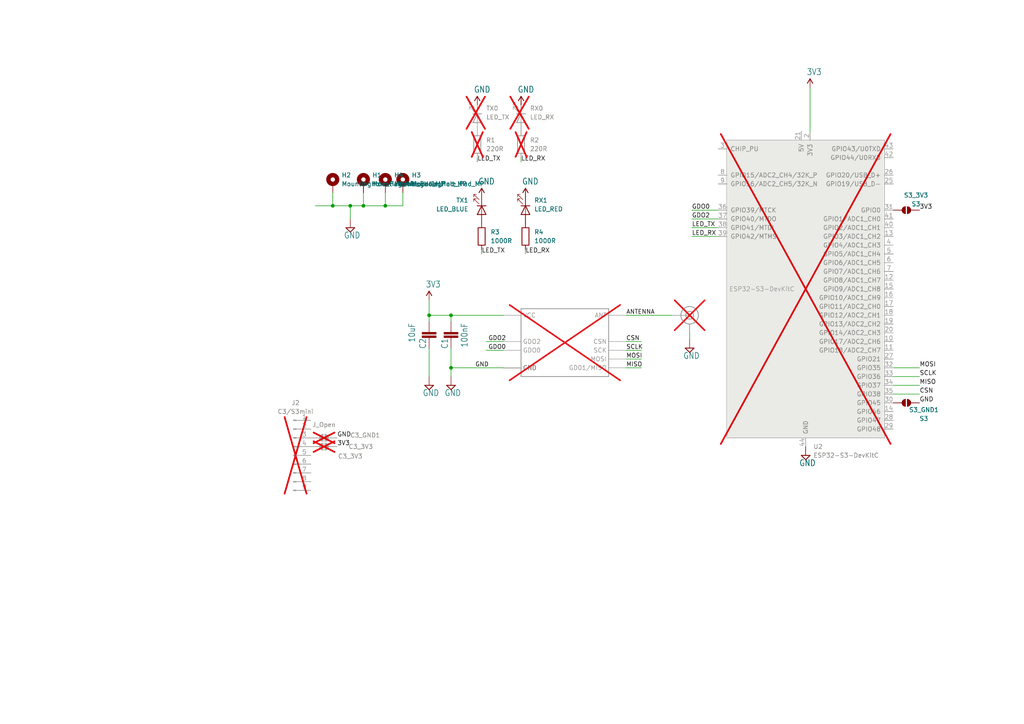
<source format=kicad_sch>
(kicad_sch
	(version 20231120)
	(generator "eeschema")
	(generator_version "8.0")
	(uuid "660bcb54-a61d-4805-a42d-3ee9d605b0b6")
	(paper "A4")
	(lib_symbols
		(symbol "CC1101-E07-PI-eagle-import:3V3"
			(power)
			(exclude_from_sim no)
			(in_bom yes)
			(on_board yes)
			(property "Reference" "#P+"
				(at 0 0 0)
				(effects
					(font
						(size 1.27 1.27)
					)
					(hide yes)
				)
			)
			(property "Value" ""
				(at -1.016 3.556 0)
				(effects
					(font
						(size 1.778 1.5113)
					)
					(justify left bottom)
				)
			)
			(property "Footprint" ""
				(at 0 0 0)
				(effects
					(font
						(size 1.27 1.27)
					)
					(hide yes)
				)
			)
			(property "Datasheet" ""
				(at 0 0 0)
				(effects
					(font
						(size 1.27 1.27)
					)
					(hide yes)
				)
			)
			(property "Description" "SUPPLY SYMBOL"
				(at 0 0 0)
				(effects
					(font
						(size 1.27 1.27)
					)
					(hide yes)
				)
			)
			(property "ki_locked" ""
				(at 0 0 0)
				(effects
					(font
						(size 1.27 1.27)
					)
				)
			)
			(symbol "3V3_1_0"
				(polyline
					(pts
						(xy 0 2.54) (xy -0.762 1.27)
					)
					(stroke
						(width 0.254)
						(type solid)
					)
					(fill
						(type none)
					)
				)
				(polyline
					(pts
						(xy 0.762 1.27) (xy 0 2.54)
					)
					(stroke
						(width 0.254)
						(type solid)
					)
					(fill
						(type none)
					)
				)
				(pin power_in line
					(at 0 0 90)
					(length 2.54)
					(name "3V3"
						(effects
							(font
								(size 0 0)
							)
						)
					)
					(number "1"
						(effects
							(font
								(size 0 0)
							)
						)
					)
				)
			)
		)
		(symbol "CC1101-E07-PI-eagle-import:ANTENNASMA"
			(exclude_from_sim no)
			(in_bom yes)
			(on_board yes)
			(property "Reference" "J$"
				(at 0 0 0)
				(effects
					(font
						(size 1.27 1.27)
					)
					(hide yes)
				)
			)
			(property "Value" ""
				(at 0 0 0)
				(effects
					(font
						(size 1.27 1.27)
					)
					(hide yes)
				)
			)
			(property "Footprint" "CC1101-E07-PI:SMA_PAD"
				(at 0 0 0)
				(effects
					(font
						(size 1.27 1.27)
					)
					(hide yes)
				)
			)
			(property "Datasheet" ""
				(at 0 0 0)
				(effects
					(font
						(size 1.27 1.27)
					)
					(hide yes)
				)
			)
			(property "Description" "SMA Antenna Connector End launch SMA connector. The paste layer has been removed so that the connector can be hand soldered onto the board after reflow."
				(at 0 0 0)
				(effects
					(font
						(size 1.27 1.27)
					)
					(hide yes)
				)
			)
			(property "ki_locked" ""
				(at 0 0 0)
				(effects
					(font
						(size 1.27 1.27)
					)
				)
			)
			(symbol "ANTENNASMA_1_0"
				(circle
					(center 0 0)
					(radius 1.1359)
					(stroke
						(width 0.254)
						(type solid)
					)
					(fill
						(type none)
					)
				)
				(circle
					(center 0 0)
					(radius 2.54)
					(stroke
						(width 0.254)
						(type solid)
					)
					(fill
						(type none)
					)
				)
				(pin bidirectional line
					(at -5.08 0 0)
					(length 5.08)
					(name "ANT"
						(effects
							(font
								(size 0 0)
							)
						)
					)
					(number "ANT0"
						(effects
							(font
								(size 0 0)
							)
						)
					)
				)
				(pin bidirectional line
					(at -5.08 0 0)
					(length 5.08)
					(name "ANT"
						(effects
							(font
								(size 0 0)
							)
						)
					)
					(number "ANT1"
						(effects
							(font
								(size 0 0)
							)
						)
					)
				)
				(pin bidirectional line
					(at -5.08 0 0)
					(length 5.08)
					(name "ANT"
						(effects
							(font
								(size 0 0)
							)
						)
					)
					(number "ANT2"
						(effects
							(font
								(size 0 0)
							)
						)
					)
				)
				(pin bidirectional line
					(at 0 -5.08 90)
					(length 2.54)
					(name "GND"
						(effects
							(font
								(size 0 0)
							)
						)
					)
					(number "GND3"
						(effects
							(font
								(size 0 0)
							)
						)
					)
				)
				(pin bidirectional line
					(at 0 -5.08 90)
					(length 2.54)
					(name "GND"
						(effects
							(font
								(size 0 0)
							)
						)
					)
					(number "GND4"
						(effects
							(font
								(size 0 0)
							)
						)
					)
				)
				(pin bidirectional line
					(at 0 -5.08 90)
					(length 2.54)
					(name "GND"
						(effects
							(font
								(size 0 0)
							)
						)
					)
					(number "GND5"
						(effects
							(font
								(size 0 0)
							)
						)
					)
				)
				(pin bidirectional line
					(at 0 -5.08 90)
					(length 2.54)
					(name "GND"
						(effects
							(font
								(size 0 0)
							)
						)
					)
					(number "GND6"
						(effects
							(font
								(size 0 0)
							)
						)
					)
				)
			)
		)
		(symbol "CC1101-E07-PI-eagle-import:CAP0402-CAP"
			(exclude_from_sim no)
			(in_bom yes)
			(on_board yes)
			(property "Reference" "C"
				(at 1.524 2.921 0)
				(effects
					(font
						(size 1.778 1.5113)
					)
					(justify left bottom)
				)
			)
			(property "Value" ""
				(at 1.524 -2.159 0)
				(effects
					(font
						(size 1.778 1.5113)
					)
					(justify left bottom)
				)
			)
			(property "Footprint" "CC1101-E07-PI:0402-CAP"
				(at 0 0 0)
				(effects
					(font
						(size 1.27 1.27)
					)
					(hide yes)
				)
			)
			(property "Datasheet" ""
				(at 0 0 0)
				(effects
					(font
						(size 1.27 1.27)
					)
					(hide yes)
				)
			)
			(property "Description" "Capacitor Standard 0603 ceramic capacitor, and 0.1\" leaded capacitor."
				(at 0 0 0)
				(effects
					(font
						(size 1.27 1.27)
					)
					(hide yes)
				)
			)
			(property "ki_locked" ""
				(at 0 0 0)
				(effects
					(font
						(size 1.27 1.27)
					)
				)
			)
			(symbol "CAP0402-CAP_1_0"
				(rectangle
					(start -2.032 0.508)
					(end 2.032 1.016)
					(stroke
						(width 0)
						(type default)
					)
					(fill
						(type outline)
					)
				)
				(rectangle
					(start -2.032 1.524)
					(end 2.032 2.032)
					(stroke
						(width 0)
						(type default)
					)
					(fill
						(type outline)
					)
				)
				(polyline
					(pts
						(xy 0 0) (xy 0 0.508)
					)
					(stroke
						(width 0.1524)
						(type solid)
					)
					(fill
						(type none)
					)
				)
				(polyline
					(pts
						(xy 0 2.54) (xy 0 2.032)
					)
					(stroke
						(width 0.1524)
						(type solid)
					)
					(fill
						(type none)
					)
				)
				(pin passive line
					(at 0 5.08 270)
					(length 2.54)
					(name "1"
						(effects
							(font
								(size 0 0)
							)
						)
					)
					(number "1"
						(effects
							(font
								(size 0 0)
							)
						)
					)
				)
				(pin passive line
					(at 0 -2.54 90)
					(length 2.54)
					(name "2"
						(effects
							(font
								(size 0 0)
							)
						)
					)
					(number "2"
						(effects
							(font
								(size 0 0)
							)
						)
					)
				)
			)
		)
		(symbol "CC1101-E07-PI-eagle-import:E07-900M10S"
			(exclude_from_sim no)
			(in_bom yes)
			(on_board yes)
			(property "Reference" ""
				(at 0 0 0)
				(effects
					(font
						(size 1.27 1.27)
					)
					(hide yes)
				)
			)
			(property "Value" ""
				(at 0 0 0)
				(effects
					(font
						(size 1.27 1.27)
					)
					(hide yes)
				)
			)
			(property "Footprint" "CC1101-E07-PI:E07-900M10S"
				(at 0 0 0)
				(effects
					(font
						(size 1.27 1.27)
					)
					(hide yes)
				)
			)
			(property "Datasheet" ""
				(at 0 0 0)
				(effects
					(font
						(size 1.27 1.27)
					)
					(hide yes)
				)
			)
			(property "Description" ""
				(at 0 0 0)
				(effects
					(font
						(size 1.27 1.27)
					)
					(hide yes)
				)
			)
			(property "ki_locked" ""
				(at 0 0 0)
				(effects
					(font
						(size 1.27 1.27)
					)
				)
			)
			(symbol "E07-900M10S_1_0"
				(polyline
					(pts
						(xy -12.7 -10.16) (xy -12.7 9.525)
					)
					(stroke
						(width 0.254)
						(type solid)
					)
					(fill
						(type none)
					)
				)
				(polyline
					(pts
						(xy -12.7 9.525) (xy 12.7 9.525)
					)
					(stroke
						(width 0.254)
						(type solid)
					)
					(fill
						(type none)
					)
				)
				(polyline
					(pts
						(xy 12.7 -10.16) (xy -12.7 -10.16)
					)
					(stroke
						(width 0.254)
						(type solid)
					)
					(fill
						(type none)
					)
				)
				(polyline
					(pts
						(xy 12.7 9.525) (xy 12.7 -10.16)
					)
					(stroke
						(width 0.254)
						(type solid)
					)
					(fill
						(type none)
					)
				)
				(pin bidirectional line
					(at -17.78 -7.62 0)
					(length 5.08)
					(name "GND"
						(effects
							(font
								(size 1.27 1.27)
							)
						)
					)
					(number "1"
						(effects
							(font
								(size 0 0)
							)
						)
					)
				)
				(pin bidirectional line
					(at -17.78 -7.62 0)
					(length 5.08)
					(name "GND"
						(effects
							(font
								(size 1.27 1.27)
							)
						)
					)
					(number "11"
						(effects
							(font
								(size 0 0)
							)
						)
					)
				)
				(pin bidirectional line
					(at -17.78 -7.62 0)
					(length 5.08)
					(name "GND"
						(effects
							(font
								(size 1.27 1.27)
							)
						)
					)
					(number "12"
						(effects
							(font
								(size 0 0)
							)
						)
					)
				)
				(pin bidirectional line
					(at -17.78 0 0)
					(length 5.08)
					(name "GDO2"
						(effects
							(font
								(size 1.27 1.27)
							)
						)
					)
					(number "14"
						(effects
							(font
								(size 0 0)
							)
						)
					)
				)
				(pin bidirectional line
					(at -17.78 -2.54 0)
					(length 5.08)
					(name "GDO0"
						(effects
							(font
								(size 1.27 1.27)
							)
						)
					)
					(number "15"
						(effects
							(font
								(size 0 0)
							)
						)
					)
				)
				(pin bidirectional line
					(at 17.78 -7.62 180)
					(length 5.08)
					(name "GD01/MISO"
						(effects
							(font
								(size 1.27 1.27)
							)
						)
					)
					(number "16"
						(effects
							(font
								(size 0 0)
							)
						)
					)
				)
				(pin bidirectional line
					(at 17.78 -5.08 180)
					(length 5.08)
					(name "MOSI"
						(effects
							(font
								(size 1.27 1.27)
							)
						)
					)
					(number "17"
						(effects
							(font
								(size 0 0)
							)
						)
					)
				)
				(pin bidirectional line
					(at 17.78 -2.54 180)
					(length 5.08)
					(name "SCK"
						(effects
							(font
								(size 1.27 1.27)
							)
						)
					)
					(number "18"
						(effects
							(font
								(size 0 0)
							)
						)
					)
				)
				(pin bidirectional line
					(at 17.78 0 180)
					(length 5.08)
					(name "CSN"
						(effects
							(font
								(size 1.27 1.27)
							)
						)
					)
					(number "19"
						(effects
							(font
								(size 0 0)
							)
						)
					)
				)
				(pin bidirectional line
					(at -17.78 -7.62 0)
					(length 5.08)
					(name "GND"
						(effects
							(font
								(size 1.27 1.27)
							)
						)
					)
					(number "2"
						(effects
							(font
								(size 0 0)
							)
						)
					)
				)
				(pin bidirectional line
					(at -17.78 -7.62 0)
					(length 5.08)
					(name "GND"
						(effects
							(font
								(size 1.27 1.27)
							)
						)
					)
					(number "20"
						(effects
							(font
								(size 0 0)
							)
						)
					)
				)
				(pin bidirectional line
					(at 17.78 7.62 180)
					(length 5.08)
					(name "ANT"
						(effects
							(font
								(size 1.27 1.27)
							)
						)
					)
					(number "21"
						(effects
							(font
								(size 0 0)
							)
						)
					)
				)
				(pin bidirectional line
					(at -17.78 -7.62 0)
					(length 5.08)
					(name "GND"
						(effects
							(font
								(size 1.27 1.27)
							)
						)
					)
					(number "22"
						(effects
							(font
								(size 0 0)
							)
						)
					)
				)
				(pin bidirectional line
					(at -17.78 -7.62 0)
					(length 5.08)
					(name "GND"
						(effects
							(font
								(size 1.27 1.27)
							)
						)
					)
					(number "3"
						(effects
							(font
								(size 0 0)
							)
						)
					)
				)
				(pin bidirectional line
					(at -17.78 -7.62 0)
					(length 5.08)
					(name "GND"
						(effects
							(font
								(size 1.27 1.27)
							)
						)
					)
					(number "4"
						(effects
							(font
								(size 0 0)
							)
						)
					)
				)
				(pin bidirectional line
					(at -17.78 -7.62 0)
					(length 5.08)
					(name "GND"
						(effects
							(font
								(size 1.27 1.27)
							)
						)
					)
					(number "5"
						(effects
							(font
								(size 0 0)
							)
						)
					)
				)
				(pin bidirectional line
					(at -17.78 7.62 0)
					(length 5.08)
					(name "VCC"
						(effects
							(font
								(size 1.27 1.27)
							)
						)
					)
					(number "9"
						(effects
							(font
								(size 0 0)
							)
						)
					)
				)
			)
		)
		(symbol "CC1101-E07-PI-eagle-import:GND"
			(power)
			(exclude_from_sim no)
			(in_bom yes)
			(on_board yes)
			(property "Reference" "#SUPPLY"
				(at 0 0 0)
				(effects
					(font
						(size 1.27 1.27)
					)
					(hide yes)
				)
			)
			(property "Value" ""
				(at -1.905 -3.175 0)
				(effects
					(font
						(size 1.778 1.5113)
					)
					(justify left bottom)
				)
			)
			(property "Footprint" ""
				(at 0 0 0)
				(effects
					(font
						(size 1.27 1.27)
					)
					(hide yes)
				)
			)
			(property "Datasheet" ""
				(at 0 0 0)
				(effects
					(font
						(size 1.27 1.27)
					)
					(hide yes)
				)
			)
			(property "Description" "SUPPLY SYMBOL"
				(at 0 0 0)
				(effects
					(font
						(size 1.27 1.27)
					)
					(hide yes)
				)
			)
			(property "ki_locked" ""
				(at 0 0 0)
				(effects
					(font
						(size 1.27 1.27)
					)
				)
			)
			(symbol "GND_1_0"
				(polyline
					(pts
						(xy -1.27 0) (xy 1.27 0)
					)
					(stroke
						(width 0.254)
						(type solid)
					)
					(fill
						(type none)
					)
				)
				(polyline
					(pts
						(xy 0 -1.27) (xy -1.27 0)
					)
					(stroke
						(width 0.254)
						(type solid)
					)
					(fill
						(type none)
					)
				)
				(polyline
					(pts
						(xy 1.27 0) (xy 0 -1.27)
					)
					(stroke
						(width 0.254)
						(type solid)
					)
					(fill
						(type none)
					)
				)
				(pin power_in line
					(at 0 2.54 270)
					(length 2.54)
					(name "GND"
						(effects
							(font
								(size 0 0)
							)
						)
					)
					(number "1"
						(effects
							(font
								(size 0 0)
							)
						)
					)
				)
			)
		)
		(symbol "Connector:Conn_01x09_Pin"
			(pin_names
				(offset 1.016) hide)
			(exclude_from_sim no)
			(in_bom yes)
			(on_board yes)
			(property "Reference" "J"
				(at 0 12.7 0)
				(effects
					(font
						(size 1.27 1.27)
					)
				)
			)
			(property "Value" "Conn_01x09_Pin"
				(at 0 -12.7 0)
				(effects
					(font
						(size 1.27 1.27)
					)
				)
			)
			(property "Footprint" ""
				(at 0 0 0)
				(effects
					(font
						(size 1.27 1.27)
					)
					(hide yes)
				)
			)
			(property "Datasheet" "~"
				(at 0 0 0)
				(effects
					(font
						(size 1.27 1.27)
					)
					(hide yes)
				)
			)
			(property "Description" "Generic connector, single row, 01x09, script generated"
				(at 0 0 0)
				(effects
					(font
						(size 1.27 1.27)
					)
					(hide yes)
				)
			)
			(property "ki_locked" ""
				(at 0 0 0)
				(effects
					(font
						(size 1.27 1.27)
					)
				)
			)
			(property "ki_keywords" "connector"
				(at 0 0 0)
				(effects
					(font
						(size 1.27 1.27)
					)
					(hide yes)
				)
			)
			(property "ki_fp_filters" "Connector*:*_1x??_*"
				(at 0 0 0)
				(effects
					(font
						(size 1.27 1.27)
					)
					(hide yes)
				)
			)
			(symbol "Conn_01x09_Pin_1_1"
				(polyline
					(pts
						(xy 1.27 -10.16) (xy 0.8636 -10.16)
					)
					(stroke
						(width 0.1524)
						(type default)
					)
					(fill
						(type none)
					)
				)
				(polyline
					(pts
						(xy 1.27 -7.62) (xy 0.8636 -7.62)
					)
					(stroke
						(width 0.1524)
						(type default)
					)
					(fill
						(type none)
					)
				)
				(polyline
					(pts
						(xy 1.27 -5.08) (xy 0.8636 -5.08)
					)
					(stroke
						(width 0.1524)
						(type default)
					)
					(fill
						(type none)
					)
				)
				(polyline
					(pts
						(xy 1.27 -2.54) (xy 0.8636 -2.54)
					)
					(stroke
						(width 0.1524)
						(type default)
					)
					(fill
						(type none)
					)
				)
				(polyline
					(pts
						(xy 1.27 0) (xy 0.8636 0)
					)
					(stroke
						(width 0.1524)
						(type default)
					)
					(fill
						(type none)
					)
				)
				(polyline
					(pts
						(xy 1.27 2.54) (xy 0.8636 2.54)
					)
					(stroke
						(width 0.1524)
						(type default)
					)
					(fill
						(type none)
					)
				)
				(polyline
					(pts
						(xy 1.27 5.08) (xy 0.8636 5.08)
					)
					(stroke
						(width 0.1524)
						(type default)
					)
					(fill
						(type none)
					)
				)
				(polyline
					(pts
						(xy 1.27 7.62) (xy 0.8636 7.62)
					)
					(stroke
						(width 0.1524)
						(type default)
					)
					(fill
						(type none)
					)
				)
				(polyline
					(pts
						(xy 1.27 10.16) (xy 0.8636 10.16)
					)
					(stroke
						(width 0.1524)
						(type default)
					)
					(fill
						(type none)
					)
				)
				(rectangle
					(start 0.8636 -10.033)
					(end 0 -10.287)
					(stroke
						(width 0.1524)
						(type default)
					)
					(fill
						(type outline)
					)
				)
				(rectangle
					(start 0.8636 -7.493)
					(end 0 -7.747)
					(stroke
						(width 0.1524)
						(type default)
					)
					(fill
						(type outline)
					)
				)
				(rectangle
					(start 0.8636 -4.953)
					(end 0 -5.207)
					(stroke
						(width 0.1524)
						(type default)
					)
					(fill
						(type outline)
					)
				)
				(rectangle
					(start 0.8636 -2.413)
					(end 0 -2.667)
					(stroke
						(width 0.1524)
						(type default)
					)
					(fill
						(type outline)
					)
				)
				(rectangle
					(start 0.8636 0.127)
					(end 0 -0.127)
					(stroke
						(width 0.1524)
						(type default)
					)
					(fill
						(type outline)
					)
				)
				(rectangle
					(start 0.8636 2.667)
					(end 0 2.413)
					(stroke
						(width 0.1524)
						(type default)
					)
					(fill
						(type outline)
					)
				)
				(rectangle
					(start 0.8636 5.207)
					(end 0 4.953)
					(stroke
						(width 0.1524)
						(type default)
					)
					(fill
						(type outline)
					)
				)
				(rectangle
					(start 0.8636 7.747)
					(end 0 7.493)
					(stroke
						(width 0.1524)
						(type default)
					)
					(fill
						(type outline)
					)
				)
				(rectangle
					(start 0.8636 10.287)
					(end 0 10.033)
					(stroke
						(width 0.1524)
						(type default)
					)
					(fill
						(type outline)
					)
				)
				(pin passive line
					(at 5.08 10.16 180)
					(length 3.81)
					(name "Pin_1"
						(effects
							(font
								(size 1.27 1.27)
							)
						)
					)
					(number "1"
						(effects
							(font
								(size 1.27 1.27)
							)
						)
					)
				)
				(pin passive line
					(at 5.08 7.62 180)
					(length 3.81)
					(name "Pin_2"
						(effects
							(font
								(size 1.27 1.27)
							)
						)
					)
					(number "2"
						(effects
							(font
								(size 1.27 1.27)
							)
						)
					)
				)
				(pin passive line
					(at 5.08 5.08 180)
					(length 3.81)
					(name "Pin_3"
						(effects
							(font
								(size 1.27 1.27)
							)
						)
					)
					(number "3"
						(effects
							(font
								(size 1.27 1.27)
							)
						)
					)
				)
				(pin passive line
					(at 5.08 2.54 180)
					(length 3.81)
					(name "Pin_4"
						(effects
							(font
								(size 1.27 1.27)
							)
						)
					)
					(number "4"
						(effects
							(font
								(size 1.27 1.27)
							)
						)
					)
				)
				(pin passive line
					(at 5.08 0 180)
					(length 3.81)
					(name "Pin_5"
						(effects
							(font
								(size 1.27 1.27)
							)
						)
					)
					(number "5"
						(effects
							(font
								(size 1.27 1.27)
							)
						)
					)
				)
				(pin passive line
					(at 5.08 -2.54 180)
					(length 3.81)
					(name "Pin_6"
						(effects
							(font
								(size 1.27 1.27)
							)
						)
					)
					(number "6"
						(effects
							(font
								(size 1.27 1.27)
							)
						)
					)
				)
				(pin passive line
					(at 5.08 -5.08 180)
					(length 3.81)
					(name "Pin_7"
						(effects
							(font
								(size 1.27 1.27)
							)
						)
					)
					(number "7"
						(effects
							(font
								(size 1.27 1.27)
							)
						)
					)
				)
				(pin passive line
					(at 5.08 -7.62 180)
					(length 3.81)
					(name "Pin_8"
						(effects
							(font
								(size 1.27 1.27)
							)
						)
					)
					(number "8"
						(effects
							(font
								(size 1.27 1.27)
							)
						)
					)
				)
				(pin passive line
					(at 5.08 -10.16 180)
					(length 3.81)
					(name "Pin_9"
						(effects
							(font
								(size 1.27 1.27)
							)
						)
					)
					(number "9"
						(effects
							(font
								(size 1.27 1.27)
							)
						)
					)
				)
			)
		)
		(symbol "Device:LED"
			(pin_numbers hide)
			(pin_names
				(offset 1.016) hide)
			(exclude_from_sim no)
			(in_bom yes)
			(on_board yes)
			(property "Reference" "D"
				(at 0 2.54 0)
				(effects
					(font
						(size 1.27 1.27)
					)
				)
			)
			(property "Value" "LED"
				(at 0 -2.54 0)
				(effects
					(font
						(size 1.27 1.27)
					)
				)
			)
			(property "Footprint" ""
				(at 0 0 0)
				(effects
					(font
						(size 1.27 1.27)
					)
					(hide yes)
				)
			)
			(property "Datasheet" "~"
				(at 0 0 0)
				(effects
					(font
						(size 1.27 1.27)
					)
					(hide yes)
				)
			)
			(property "Description" "Light emitting diode"
				(at 0 0 0)
				(effects
					(font
						(size 1.27 1.27)
					)
					(hide yes)
				)
			)
			(property "ki_keywords" "LED diode"
				(at 0 0 0)
				(effects
					(font
						(size 1.27 1.27)
					)
					(hide yes)
				)
			)
			(property "ki_fp_filters" "LED* LED_SMD:* LED_THT:*"
				(at 0 0 0)
				(effects
					(font
						(size 1.27 1.27)
					)
					(hide yes)
				)
			)
			(symbol "LED_0_1"
				(polyline
					(pts
						(xy -1.27 -1.27) (xy -1.27 1.27)
					)
					(stroke
						(width 0.254)
						(type default)
					)
					(fill
						(type none)
					)
				)
				(polyline
					(pts
						(xy -1.27 0) (xy 1.27 0)
					)
					(stroke
						(width 0)
						(type default)
					)
					(fill
						(type none)
					)
				)
				(polyline
					(pts
						(xy 1.27 -1.27) (xy 1.27 1.27) (xy -1.27 0) (xy 1.27 -1.27)
					)
					(stroke
						(width 0.254)
						(type default)
					)
					(fill
						(type none)
					)
				)
				(polyline
					(pts
						(xy -3.048 -0.762) (xy -4.572 -2.286) (xy -3.81 -2.286) (xy -4.572 -2.286) (xy -4.572 -1.524)
					)
					(stroke
						(width 0)
						(type default)
					)
					(fill
						(type none)
					)
				)
				(polyline
					(pts
						(xy -1.778 -0.762) (xy -3.302 -2.286) (xy -2.54 -2.286) (xy -3.302 -2.286) (xy -3.302 -1.524)
					)
					(stroke
						(width 0)
						(type default)
					)
					(fill
						(type none)
					)
				)
			)
			(symbol "LED_1_1"
				(pin passive line
					(at -3.81 0 0)
					(length 2.54)
					(name "K"
						(effects
							(font
								(size 1.27 1.27)
							)
						)
					)
					(number "1"
						(effects
							(font
								(size 1.27 1.27)
							)
						)
					)
				)
				(pin passive line
					(at 3.81 0 180)
					(length 2.54)
					(name "A"
						(effects
							(font
								(size 1.27 1.27)
							)
						)
					)
					(number "2"
						(effects
							(font
								(size 1.27 1.27)
							)
						)
					)
				)
			)
		)
		(symbol "Device:R"
			(pin_numbers hide)
			(pin_names
				(offset 0)
			)
			(exclude_from_sim no)
			(in_bom yes)
			(on_board yes)
			(property "Reference" "R"
				(at 2.032 0 90)
				(effects
					(font
						(size 1.27 1.27)
					)
				)
			)
			(property "Value" "R"
				(at 0 0 90)
				(effects
					(font
						(size 1.27 1.27)
					)
				)
			)
			(property "Footprint" ""
				(at -1.778 0 90)
				(effects
					(font
						(size 1.27 1.27)
					)
					(hide yes)
				)
			)
			(property "Datasheet" "~"
				(at 0 0 0)
				(effects
					(font
						(size 1.27 1.27)
					)
					(hide yes)
				)
			)
			(property "Description" "Resistor"
				(at 0 0 0)
				(effects
					(font
						(size 1.27 1.27)
					)
					(hide yes)
				)
			)
			(property "ki_keywords" "R res resistor"
				(at 0 0 0)
				(effects
					(font
						(size 1.27 1.27)
					)
					(hide yes)
				)
			)
			(property "ki_fp_filters" "R_*"
				(at 0 0 0)
				(effects
					(font
						(size 1.27 1.27)
					)
					(hide yes)
				)
			)
			(symbol "R_0_1"
				(rectangle
					(start -1.016 -2.54)
					(end 1.016 2.54)
					(stroke
						(width 0.254)
						(type default)
					)
					(fill
						(type none)
					)
				)
			)
			(symbol "R_1_1"
				(pin passive line
					(at 0 3.81 270)
					(length 1.27)
					(name "~"
						(effects
							(font
								(size 1.27 1.27)
							)
						)
					)
					(number "1"
						(effects
							(font
								(size 1.27 1.27)
							)
						)
					)
				)
				(pin passive line
					(at 0 -3.81 90)
					(length 1.27)
					(name "~"
						(effects
							(font
								(size 1.27 1.27)
							)
						)
					)
					(number "2"
						(effects
							(font
								(size 1.27 1.27)
							)
						)
					)
				)
			)
		)
		(symbol "Espressif:ESP32-S3-DevKitC"
			(pin_names
				(offset 1.016)
			)
			(exclude_from_sim no)
			(in_bom yes)
			(on_board yes)
			(property "Reference" "U"
				(at -22.86 48.26 0)
				(effects
					(font
						(size 1.27 1.27)
					)
					(justify left)
				)
			)
			(property "Value" "ESP32-S3-DevKitC"
				(at -22.86 45.72 0)
				(effects
					(font
						(size 1.27 1.27)
					)
					(justify left)
				)
			)
			(property "Footprint" "PCM_Espressif:ESP32-S3-DevKitC"
				(at 0 -57.15 0)
				(effects
					(font
						(size 1.27 1.27)
					)
					(hide yes)
				)
			)
			(property "Datasheet" ""
				(at -59.69 -2.54 0)
				(effects
					(font
						(size 1.27 1.27)
					)
					(hide yes)
				)
			)
			(property "Description" "ESP32-S3-DevKitC"
				(at 0 0 0)
				(effects
					(font
						(size 1.27 1.27)
					)
					(hide yes)
				)
			)
			(symbol "ESP32-S3-DevKitC_0_0"
				(text "ESP32-S3-DevKitC"
					(at -12.7 0 0)
					(effects
						(font
							(size 1.27 1.27)
						)
					)
				)
				(pin bidirectional line
					(at 25.4 -35.56 180)
					(length 2.54)
					(name "GPIO46"
						(effects
							(font
								(size 1.27 1.27)
							)
						)
					)
					(number "14"
						(effects
							(font
								(size 1.27 1.27)
							)
						)
					)
				)
				(pin bidirectional line
					(at 25.4 -10.16 180)
					(length 2.54)
					(name "GPIO13/ADC2_CH2"
						(effects
							(font
								(size 1.27 1.27)
							)
						)
					)
					(number "19"
						(effects
							(font
								(size 1.27 1.27)
							)
						)
					)
				)
				(pin bidirectional line
					(at -25.4 15.24 0)
					(length 2.54)
					(name "GPIO42/MTMS"
						(effects
							(font
								(size 1.27 1.27)
							)
						)
					)
					(number "39"
						(effects
							(font
								(size 1.27 1.27)
							)
						)
					)
				)
				(pin bidirectional line
					(at 25.4 17.78 180)
					(length 2.54)
					(name "GPIO2/ADC1_CH1"
						(effects
							(font
								(size 1.27 1.27)
							)
						)
					)
					(number "40"
						(effects
							(font
								(size 1.27 1.27)
							)
						)
					)
				)
				(pin bidirectional line
					(at 25.4 20.32 180)
					(length 2.54)
					(name "GPIO1/ADC1_CH0"
						(effects
							(font
								(size 1.27 1.27)
							)
						)
					)
					(number "41"
						(effects
							(font
								(size 1.27 1.27)
							)
						)
					)
				)
				(pin bidirectional line
					(at 25.4 38.1 180)
					(length 2.54)
					(name "GPIO44/U0RXD"
						(effects
							(font
								(size 1.27 1.27)
							)
						)
					)
					(number "42"
						(effects
							(font
								(size 1.27 1.27)
							)
						)
					)
				)
				(pin bidirectional line
					(at 25.4 40.64 180)
					(length 2.54)
					(name "GPIO43/U0TXD"
						(effects
							(font
								(size 1.27 1.27)
							)
						)
					)
					(number "43"
						(effects
							(font
								(size 1.27 1.27)
							)
						)
					)
				)
				(pin power_in line
					(at 0 -45.72 90)
					(length 2.54)
					(name "GND"
						(effects
							(font
								(size 1.27 1.27)
							)
						)
					)
					(number "44"
						(effects
							(font
								(size 1.27 1.27)
							)
						)
					)
				)
			)
			(symbol "ESP32-S3-DevKitC_0_1"
				(rectangle
					(start -22.86 43.18)
					(end 22.86 -43.18)
					(stroke
						(width 0)
						(type default)
					)
					(fill
						(type background)
					)
				)
				(pin power_in line
					(at 1.27 45.72 270)
					(length 2.54)
					(name "3V3"
						(effects
							(font
								(size 1.27 1.27)
							)
						)
					)
					(number "2"
						(effects
							(font
								(size 1.27 1.27)
							)
						)
					)
				)
			)
			(symbol "ESP32-S3-DevKitC_1_1"
				(pin passive line
					(at 1.27 45.72 270)
					(length 2.54) hide
					(name "3V3"
						(effects
							(font
								(size 1.27 1.27)
							)
						)
					)
					(number "1"
						(effects
							(font
								(size 1.27 1.27)
							)
						)
					)
				)
				(pin bidirectional line
					(at 25.4 -15.24 180)
					(length 2.54)
					(name "GPIO17/ADC2_CH6"
						(effects
							(font
								(size 1.27 1.27)
							)
						)
					)
					(number "10"
						(effects
							(font
								(size 1.27 1.27)
							)
						)
					)
				)
				(pin bidirectional line
					(at 25.4 -17.78 180)
					(length 2.54)
					(name "GPIO18/ADC2_CH7"
						(effects
							(font
								(size 1.27 1.27)
							)
						)
					)
					(number "11"
						(effects
							(font
								(size 1.27 1.27)
							)
						)
					)
				)
				(pin bidirectional line
					(at 25.4 2.54 180)
					(length 2.54)
					(name "GPIO8/ADC1_CH7"
						(effects
							(font
								(size 1.27 1.27)
							)
						)
					)
					(number "12"
						(effects
							(font
								(size 1.27 1.27)
							)
						)
					)
				)
				(pin bidirectional line
					(at 25.4 15.24 180)
					(length 2.54)
					(name "GPIO3/ADC1_CH2"
						(effects
							(font
								(size 1.27 1.27)
							)
						)
					)
					(number "13"
						(effects
							(font
								(size 1.27 1.27)
							)
						)
					)
				)
				(pin bidirectional line
					(at 25.4 0 180)
					(length 2.54)
					(name "GPIO9/ADC1_CH8"
						(effects
							(font
								(size 1.27 1.27)
							)
						)
					)
					(number "15"
						(effects
							(font
								(size 1.27 1.27)
							)
						)
					)
				)
				(pin bidirectional line
					(at 25.4 -2.54 180)
					(length 2.54)
					(name "GPIO10/ADC1_CH9"
						(effects
							(font
								(size 1.27 1.27)
							)
						)
					)
					(number "16"
						(effects
							(font
								(size 1.27 1.27)
							)
						)
					)
				)
				(pin bidirectional line
					(at 25.4 -5.08 180)
					(length 2.54)
					(name "GPIO11/ADC2_CH0"
						(effects
							(font
								(size 1.27 1.27)
							)
						)
					)
					(number "17"
						(effects
							(font
								(size 1.27 1.27)
							)
						)
					)
				)
				(pin bidirectional line
					(at 25.4 -7.62 180)
					(length 2.54)
					(name "GPIO12/ADC2_CH1"
						(effects
							(font
								(size 1.27 1.27)
							)
						)
					)
					(number "18"
						(effects
							(font
								(size 1.27 1.27)
							)
						)
					)
				)
				(pin bidirectional line
					(at 25.4 -12.7 180)
					(length 2.54)
					(name "GPIO14/ADC2_CH3"
						(effects
							(font
								(size 1.27 1.27)
							)
						)
					)
					(number "20"
						(effects
							(font
								(size 1.27 1.27)
							)
						)
					)
				)
				(pin power_in line
					(at -1.27 45.72 270)
					(length 2.54)
					(name "5V"
						(effects
							(font
								(size 1.27 1.27)
							)
						)
					)
					(number "21"
						(effects
							(font
								(size 1.27 1.27)
							)
						)
					)
				)
				(pin passive line
					(at 0 -45.72 90)
					(length 2.54) hide
					(name "GND"
						(effects
							(font
								(size 1.27 1.27)
							)
						)
					)
					(number "22"
						(effects
							(font
								(size 1.27 1.27)
							)
						)
					)
				)
				(pin passive line
					(at 0 -45.72 90)
					(length 2.54) hide
					(name "GND"
						(effects
							(font
								(size 1.27 1.27)
							)
						)
					)
					(number "23"
						(effects
							(font
								(size 1.27 1.27)
							)
						)
					)
				)
				(pin passive line
					(at 0 -45.72 90)
					(length 2.54) hide
					(name "GND"
						(effects
							(font
								(size 1.27 1.27)
							)
						)
					)
					(number "24"
						(effects
							(font
								(size 1.27 1.27)
							)
						)
					)
				)
				(pin bidirectional line
					(at 25.4 30.48 180)
					(length 2.54)
					(name "GPIO19/USB_D-"
						(effects
							(font
								(size 1.27 1.27)
							)
						)
					)
					(number "25"
						(effects
							(font
								(size 1.27 1.27)
							)
						)
					)
				)
				(pin bidirectional line
					(at 25.4 33.02 180)
					(length 2.54)
					(name "GPIO20/USB_D+"
						(effects
							(font
								(size 1.27 1.27)
							)
						)
					)
					(number "26"
						(effects
							(font
								(size 1.27 1.27)
							)
						)
					)
				)
				(pin bidirectional line
					(at 25.4 -20.32 180)
					(length 2.54)
					(name "GPIO21"
						(effects
							(font
								(size 1.27 1.27)
							)
						)
					)
					(number "27"
						(effects
							(font
								(size 1.27 1.27)
							)
						)
					)
				)
				(pin bidirectional line
					(at 25.4 -38.1 180)
					(length 2.54)
					(name "GPIO47"
						(effects
							(font
								(size 1.27 1.27)
							)
						)
					)
					(number "28"
						(effects
							(font
								(size 1.27 1.27)
							)
						)
					)
				)
				(pin bidirectional line
					(at 25.4 -40.64 180)
					(length 2.54)
					(name "GPIO48"
						(effects
							(font
								(size 1.27 1.27)
							)
						)
					)
					(number "29"
						(effects
							(font
								(size 1.27 1.27)
							)
						)
					)
				)
				(pin input line
					(at -25.4 40.64 0)
					(length 2.54)
					(name "CHIP_PU"
						(effects
							(font
								(size 1.27 1.27)
							)
						)
					)
					(number "3"
						(effects
							(font
								(size 1.27 1.27)
							)
						)
					)
				)
				(pin bidirectional line
					(at 25.4 -33.02 180)
					(length 2.54)
					(name "GPIO45"
						(effects
							(font
								(size 1.27 1.27)
							)
						)
					)
					(number "30"
						(effects
							(font
								(size 1.27 1.27)
							)
						)
					)
				)
				(pin bidirectional line
					(at 25.4 22.86 180)
					(length 2.54)
					(name "GPIO0"
						(effects
							(font
								(size 1.27 1.27)
							)
						)
					)
					(number "31"
						(effects
							(font
								(size 1.27 1.27)
							)
						)
					)
				)
				(pin bidirectional line
					(at 25.4 -22.86 180)
					(length 2.54)
					(name "GPIO35"
						(effects
							(font
								(size 1.27 1.27)
							)
						)
					)
					(number "32"
						(effects
							(font
								(size 1.27 1.27)
							)
						)
					)
				)
				(pin bidirectional line
					(at 25.4 -25.4 180)
					(length 2.54)
					(name "GPIO36"
						(effects
							(font
								(size 1.27 1.27)
							)
						)
					)
					(number "33"
						(effects
							(font
								(size 1.27 1.27)
							)
						)
					)
				)
				(pin bidirectional line
					(at 25.4 -27.94 180)
					(length 2.54)
					(name "GPIO37"
						(effects
							(font
								(size 1.27 1.27)
							)
						)
					)
					(number "34"
						(effects
							(font
								(size 1.27 1.27)
							)
						)
					)
				)
				(pin bidirectional line
					(at 25.4 -30.48 180)
					(length 2.54)
					(name "GPIO38"
						(effects
							(font
								(size 1.27 1.27)
							)
						)
					)
					(number "35"
						(effects
							(font
								(size 1.27 1.27)
							)
						)
					)
				)
				(pin bidirectional line
					(at -25.4 22.86 0)
					(length 2.54)
					(name "GPIO39/MTCK"
						(effects
							(font
								(size 1.27 1.27)
							)
						)
					)
					(number "36"
						(effects
							(font
								(size 1.27 1.27)
							)
						)
					)
				)
				(pin bidirectional line
					(at -25.4 20.32 0)
					(length 2.54)
					(name "GPIO40/MTDO"
						(effects
							(font
								(size 1.27 1.27)
							)
						)
					)
					(number "37"
						(effects
							(font
								(size 1.27 1.27)
							)
						)
					)
				)
				(pin bidirectional line
					(at -25.4 17.78 0)
					(length 2.54)
					(name "GPIO41/MTDI"
						(effects
							(font
								(size 1.27 1.27)
							)
						)
					)
					(number "38"
						(effects
							(font
								(size 1.27 1.27)
							)
						)
					)
				)
				(pin bidirectional line
					(at 25.4 12.7 180)
					(length 2.54)
					(name "GPIO4/ADC1_CH3"
						(effects
							(font
								(size 1.27 1.27)
							)
						)
					)
					(number "4"
						(effects
							(font
								(size 1.27 1.27)
							)
						)
					)
				)
				(pin bidirectional line
					(at 25.4 10.16 180)
					(length 2.54)
					(name "GPIO5/ADC1_CH4"
						(effects
							(font
								(size 1.27 1.27)
							)
						)
					)
					(number "5"
						(effects
							(font
								(size 1.27 1.27)
							)
						)
					)
				)
				(pin bidirectional line
					(at 25.4 7.62 180)
					(length 2.54)
					(name "GPIO6/ADC1_CH5"
						(effects
							(font
								(size 1.27 1.27)
							)
						)
					)
					(number "6"
						(effects
							(font
								(size 1.27 1.27)
							)
						)
					)
				)
				(pin bidirectional line
					(at 25.4 5.08 180)
					(length 2.54)
					(name "GPIO7/ADC1_CH6"
						(effects
							(font
								(size 1.27 1.27)
							)
						)
					)
					(number "7"
						(effects
							(font
								(size 1.27 1.27)
							)
						)
					)
				)
				(pin bidirectional line
					(at -25.4 33.02 0)
					(length 2.54)
					(name "GPIO15/ADC2_CH4/32K_P"
						(effects
							(font
								(size 1.27 1.27)
							)
						)
					)
					(number "8"
						(effects
							(font
								(size 1.27 1.27)
							)
						)
					)
				)
				(pin bidirectional line
					(at -25.4 30.48 0)
					(length 2.54)
					(name "GPIO16/ADC2_CH5/32K_N"
						(effects
							(font
								(size 1.27 1.27)
							)
						)
					)
					(number "9"
						(effects
							(font
								(size 1.27 1.27)
							)
						)
					)
				)
			)
		)
		(symbol "Jumper:SolderJumper_2_Open"
			(pin_numbers hide)
			(pin_names
				(offset 0) hide)
			(exclude_from_sim yes)
			(in_bom no)
			(on_board yes)
			(property "Reference" "JP"
				(at 0 2.032 0)
				(effects
					(font
						(size 1.27 1.27)
					)
				)
			)
			(property "Value" "SolderJumper_2_Open"
				(at 0 -2.54 0)
				(effects
					(font
						(size 1.27 1.27)
					)
				)
			)
			(property "Footprint" ""
				(at 0 0 0)
				(effects
					(font
						(size 1.27 1.27)
					)
					(hide yes)
				)
			)
			(property "Datasheet" "~"
				(at 0 0 0)
				(effects
					(font
						(size 1.27 1.27)
					)
					(hide yes)
				)
			)
			(property "Description" "Solder Jumper, 2-pole, open"
				(at 0 0 0)
				(effects
					(font
						(size 1.27 1.27)
					)
					(hide yes)
				)
			)
			(property "ki_keywords" "solder jumper SPST"
				(at 0 0 0)
				(effects
					(font
						(size 1.27 1.27)
					)
					(hide yes)
				)
			)
			(property "ki_fp_filters" "SolderJumper*Open*"
				(at 0 0 0)
				(effects
					(font
						(size 1.27 1.27)
					)
					(hide yes)
				)
			)
			(symbol "SolderJumper_2_Open_0_1"
				(arc
					(start -0.254 1.016)
					(mid -1.2656 0)
					(end -0.254 -1.016)
					(stroke
						(width 0)
						(type default)
					)
					(fill
						(type none)
					)
				)
				(arc
					(start -0.254 1.016)
					(mid -1.2656 0)
					(end -0.254 -1.016)
					(stroke
						(width 0)
						(type default)
					)
					(fill
						(type outline)
					)
				)
				(polyline
					(pts
						(xy -0.254 1.016) (xy -0.254 -1.016)
					)
					(stroke
						(width 0)
						(type default)
					)
					(fill
						(type none)
					)
				)
				(polyline
					(pts
						(xy 0.254 1.016) (xy 0.254 -1.016)
					)
					(stroke
						(width 0)
						(type default)
					)
					(fill
						(type none)
					)
				)
				(arc
					(start 0.254 -1.016)
					(mid 1.2656 0)
					(end 0.254 1.016)
					(stroke
						(width 0)
						(type default)
					)
					(fill
						(type none)
					)
				)
				(arc
					(start 0.254 -1.016)
					(mid 1.2656 0)
					(end 0.254 1.016)
					(stroke
						(width 0)
						(type default)
					)
					(fill
						(type outline)
					)
				)
			)
			(symbol "SolderJumper_2_Open_1_1"
				(pin passive line
					(at -3.81 0 0)
					(length 2.54)
					(name "A"
						(effects
							(font
								(size 1.27 1.27)
							)
						)
					)
					(number "1"
						(effects
							(font
								(size 1.27 1.27)
							)
						)
					)
				)
				(pin passive line
					(at 3.81 0 180)
					(length 2.54)
					(name "B"
						(effects
							(font
								(size 1.27 1.27)
							)
						)
					)
					(number "2"
						(effects
							(font
								(size 1.27 1.27)
							)
						)
					)
				)
			)
		)
		(symbol "Mechanical:MountingHole_Pad_MP"
			(pin_numbers hide)
			(pin_names
				(offset 1.016) hide)
			(exclude_from_sim yes)
			(in_bom no)
			(on_board yes)
			(property "Reference" "H"
				(at 0 6.35 0)
				(effects
					(font
						(size 1.27 1.27)
					)
				)
			)
			(property "Value" "MountingHole_Pad_MP"
				(at 0 4.445 0)
				(effects
					(font
						(size 1.27 1.27)
					)
				)
			)
			(property "Footprint" ""
				(at 0 0 0)
				(effects
					(font
						(size 1.27 1.27)
					)
					(hide yes)
				)
			)
			(property "Datasheet" "~"
				(at 0 0 0)
				(effects
					(font
						(size 1.27 1.27)
					)
					(hide yes)
				)
			)
			(property "Description" "Mounting Hole with connection as pad named MP"
				(at 0 0 0)
				(effects
					(font
						(size 1.27 1.27)
					)
					(hide yes)
				)
			)
			(property "ki_keywords" "mounting hole"
				(at 0 0 0)
				(effects
					(font
						(size 1.27 1.27)
					)
					(hide yes)
				)
			)
			(property "ki_fp_filters" "MountingHole*Pad*"
				(at 0 0 0)
				(effects
					(font
						(size 1.27 1.27)
					)
					(hide yes)
				)
			)
			(symbol "MountingHole_Pad_MP_0_1"
				(circle
					(center 0 1.27)
					(radius 1.27)
					(stroke
						(width 1.27)
						(type default)
					)
					(fill
						(type none)
					)
				)
			)
			(symbol "MountingHole_Pad_MP_1_1"
				(pin input line
					(at 0 -2.54 90)
					(length 2.54)
					(name "MP"
						(effects
							(font
								(size 1.27 1.27)
							)
						)
					)
					(number "MP"
						(effects
							(font
								(size 1.27 1.27)
							)
						)
					)
				)
			)
		)
	)
	(junction
		(at 96.52 59.69)
		(diameter 0)
		(color 0 0 0 0)
		(uuid "2c4dc57e-b6ec-44cd-bba9-a1fe2e53bfea")
	)
	(junction
		(at 105.41 59.69)
		(diameter 0)
		(color 0 0 0 0)
		(uuid "6d6a854e-caf3-4da9-aac4-1b62f8cc3de7")
	)
	(junction
		(at 101.6 59.69)
		(diameter 0)
		(color 0 0 0 0)
		(uuid "93b35dc2-0372-4c3f-a844-c816f1279362")
	)
	(junction
		(at 124.46 91.44)
		(diameter 0)
		(color 0 0 0 0)
		(uuid "9feccd97-3174-4a50-9f41-9a0fc610832b")
	)
	(junction
		(at 130.81 106.68)
		(diameter 0)
		(color 0 0 0 0)
		(uuid "a5d603e8-e664-4003-9b82-3e5e865f01c2")
	)
	(junction
		(at 130.81 91.44)
		(diameter 0)
		(color 0 0 0 0)
		(uuid "ba76dfd1-977a-4062-8761-5601711dc4ff")
	)
	(junction
		(at 111.76 59.69)
		(diameter 0)
		(color 0 0 0 0)
		(uuid "cb60e8fc-acca-4989-94c7-930c9d2b9a7d")
	)
	(wire
		(pts
			(xy 91.44 59.69) (xy 96.52 59.69)
		)
		(stroke
			(width 0)
			(type default)
		)
		(uuid "08e2fdce-74f1-4765-be9c-00137b0ba8ac")
	)
	(wire
		(pts
			(xy 152.4 73.66) (xy 152.4 72.39)
		)
		(stroke
			(width 0)
			(type default)
		)
		(uuid "0ac35cbc-491b-48f8-9d5f-3c479c32ddca")
	)
	(wire
		(pts
			(xy 130.81 106.68) (xy 130.81 100.965)
		)
		(stroke
			(width 0.1524)
			(type solid)
		)
		(uuid "0cee19c0-70d9-4ed5-850f-b938ce7a1bb5")
	)
	(wire
		(pts
			(xy 259.08 109.22) (xy 266.7 109.22)
		)
		(stroke
			(width 0)
			(type default)
		)
		(uuid "0d3ef668-ddd9-4997-ad2d-7fb656b2f6cb")
	)
	(wire
		(pts
			(xy 200.025 96.52) (xy 200.025 98.425)
		)
		(stroke
			(width 0.1524)
			(type solid)
		)
		(uuid "1b16dd49-1026-4d10-b6d2-16756f4afc80")
	)
	(wire
		(pts
			(xy 130.81 91.44) (xy 130.81 93.345)
		)
		(stroke
			(width 0.1524)
			(type solid)
		)
		(uuid "26fb7d9c-1a58-4d3a-911d-15e5fdbc6d9c")
	)
	(wire
		(pts
			(xy 96.52 55.88) (xy 96.52 59.69)
		)
		(stroke
			(width 0)
			(type default)
		)
		(uuid "2896e01b-3e11-42c6-a588-b8117c0657c5")
	)
	(wire
		(pts
			(xy 259.08 111.76) (xy 266.7 111.76)
		)
		(stroke
			(width 0)
			(type default)
		)
		(uuid "38887bea-8cbf-410d-aadb-ba736f7021bb")
	)
	(wire
		(pts
			(xy 208.28 68.58) (xy 200.66 68.58)
		)
		(stroke
			(width 0)
			(type default)
		)
		(uuid "3b444bde-19c3-4fa4-9d65-ba87a93b2bef")
	)
	(wire
		(pts
			(xy 186.055 101.6) (xy 181.61 101.6)
		)
		(stroke
			(width 0.1524)
			(type solid)
		)
		(uuid "3e7c3bc6-58e9-4e70-ab4b-4fce30d06390")
	)
	(wire
		(pts
			(xy 96.52 59.69) (xy 101.6 59.69)
		)
		(stroke
			(width 0)
			(type default)
		)
		(uuid "40100659-3c9a-4824-a8fc-9de46b1eb16c")
	)
	(wire
		(pts
			(xy 146.05 91.44) (xy 130.81 91.44)
		)
		(stroke
			(width 0.1524)
			(type solid)
		)
		(uuid "42492e82-8a7f-432b-bca8-16ac164bc93f")
	)
	(wire
		(pts
			(xy 124.46 91.44) (xy 124.46 86.995)
		)
		(stroke
			(width 0.1524)
			(type solid)
		)
		(uuid "4e483c34-0c0c-4da5-9d03-a142804763eb")
	)
	(wire
		(pts
			(xy 105.41 59.69) (xy 101.6 59.69)
		)
		(stroke
			(width 0)
			(type default)
		)
		(uuid "562f0a4d-3922-49d4-8e91-1cb2b0d1f4cf")
	)
	(wire
		(pts
			(xy 186.055 106.68) (xy 181.61 106.68)
		)
		(stroke
			(width 0.1524)
			(type solid)
		)
		(uuid "5a99940c-e4b0-4f6f-af50-88b0ccb633bc")
	)
	(wire
		(pts
			(xy 111.76 59.69) (xy 111.76 55.88)
		)
		(stroke
			(width 0)
			(type default)
		)
		(uuid "69e7534c-8d12-4184-a8a2-9a3f3005bad0")
	)
	(wire
		(pts
			(xy 124.46 109.22) (xy 124.46 100.965)
		)
		(stroke
			(width 0.1524)
			(type solid)
		)
		(uuid "7139c35f-c1e4-4408-a733-50b8eab3aa57")
	)
	(wire
		(pts
			(xy 151.13 46.99) (xy 151.13 45.72)
		)
		(stroke
			(width 0)
			(type default)
		)
		(uuid "8157f102-ef0d-4f52-bf8e-89a6f46128b0")
	)
	(wire
		(pts
			(xy 259.08 106.68) (xy 266.7 106.68)
		)
		(stroke
			(width 0)
			(type default)
		)
		(uuid "89dc5296-d618-488e-89de-74c0343fc70a")
	)
	(wire
		(pts
			(xy 116.84 59.69) (xy 116.84 55.88)
		)
		(stroke
			(width 0)
			(type default)
		)
		(uuid "8ab2b372-147a-4f07-9bbd-1038408d2207")
	)
	(wire
		(pts
			(xy 140.97 101.6) (xy 146.05 101.6)
		)
		(stroke
			(width 0.1524)
			(type solid)
		)
		(uuid "8d94d6f3-3abb-4bce-bd4e-48f1477b4e9f")
	)
	(wire
		(pts
			(xy 181.61 91.44) (xy 194.945 91.44)
		)
		(stroke
			(width 0.1524)
			(type solid)
		)
		(uuid "94603c5c-5d75-4e28-8427-31a7f026b9ef")
	)
	(wire
		(pts
			(xy 130.81 91.44) (xy 124.46 91.44)
		)
		(stroke
			(width 0.1524)
			(type solid)
		)
		(uuid "9ebf2a49-f755-4704-8775-a7979ff4b41e")
	)
	(wire
		(pts
			(xy 130.81 109.22) (xy 130.81 106.68)
		)
		(stroke
			(width 0.1524)
			(type solid)
		)
		(uuid "9ff447c3-503f-4b27-8d27-e32b82282471")
	)
	(wire
		(pts
			(xy 200.66 60.96) (xy 208.28 60.96)
		)
		(stroke
			(width 0)
			(type default)
		)
		(uuid "a1391a19-7f87-446c-909a-1f8834b9a7e9")
	)
	(wire
		(pts
			(xy 259.08 114.3) (xy 266.7 114.3)
		)
		(stroke
			(width 0)
			(type default)
		)
		(uuid "a1aa3bcd-2962-4890-9cc3-54efe4596b2d")
	)
	(wire
		(pts
			(xy 111.76 59.69) (xy 116.84 59.69)
		)
		(stroke
			(width 0)
			(type default)
		)
		(uuid "a961b964-fd8d-486b-ba4e-6964e778b056")
	)
	(wire
		(pts
			(xy 186.055 104.14) (xy 181.61 104.14)
		)
		(stroke
			(width 0.1524)
			(type solid)
		)
		(uuid "ad25170e-c65f-46f6-8d1e-1021ed821688")
	)
	(wire
		(pts
			(xy 186.055 99.06) (xy 181.61 99.06)
		)
		(stroke
			(width 0.1524)
			(type solid)
		)
		(uuid "aed0d50a-ea2a-4eb4-a43b-4a3cd914e1b3")
	)
	(wire
		(pts
			(xy 105.41 59.69) (xy 111.76 59.69)
		)
		(stroke
			(width 0)
			(type default)
		)
		(uuid "b3daf905-099b-4bbe-81b1-edefc49bbab1")
	)
	(wire
		(pts
			(xy 124.46 93.345) (xy 124.46 91.44)
		)
		(stroke
			(width 0.1524)
			(type solid)
		)
		(uuid "b99ec844-9111-4278-a93b-8aab4f81697f")
	)
	(wire
		(pts
			(xy 208.28 66.04) (xy 200.66 66.04)
		)
		(stroke
			(width 0)
			(type default)
		)
		(uuid "d99dfdc8-7312-4d43-8d8a-861ea081b4b3")
	)
	(wire
		(pts
			(xy 101.6 63.5) (xy 101.6 59.69)
		)
		(stroke
			(width 0)
			(type default)
		)
		(uuid "e0ed3679-862f-4205-9b0f-594a10501585")
	)
	(wire
		(pts
			(xy 234.95 25.4) (xy 234.95 38.1)
		)
		(stroke
			(width 0)
			(type default)
		)
		(uuid "e2f29bd4-a165-4f5b-bef6-5e3509dd080a")
	)
	(wire
		(pts
			(xy 138.43 46.99) (xy 138.43 45.72)
		)
		(stroke
			(width 0)
			(type default)
		)
		(uuid "e45671fa-6412-4c1d-83d6-b2702377815c")
	)
	(wire
		(pts
			(xy 208.28 63.5) (xy 200.66 63.5)
		)
		(stroke
			(width 0)
			(type default)
		)
		(uuid "e81bb10d-2738-4b16-91fd-7629f12a9617")
	)
	(wire
		(pts
			(xy 105.41 55.88) (xy 105.41 59.69)
		)
		(stroke
			(width 0)
			(type default)
		)
		(uuid "e85a4880-6197-404b-980d-3111e6ae2334")
	)
	(wire
		(pts
			(xy 139.7 73.66) (xy 139.7 72.39)
		)
		(stroke
			(width 0)
			(type default)
		)
		(uuid "f7231f05-7036-49d9-9f41-602aa9e070db")
	)
	(wire
		(pts
			(xy 140.97 99.06) (xy 146.05 99.06)
		)
		(stroke
			(width 0.1524)
			(type solid)
		)
		(uuid "f7352b4b-398a-47cb-8561-6613b470ecd1")
	)
	(wire
		(pts
			(xy 146.05 106.68) (xy 130.81 106.68)
		)
		(stroke
			(width 0.1524)
			(type solid)
		)
		(uuid "f79e1673-64e8-4ace-928e-952d2c13ea76")
	)
	(label "GDO0"
		(at 141.605 101.6 0)
		(fields_autoplaced yes)
		(effects
			(font
				(size 1.2446 1.2446)
			)
			(justify left bottom)
		)
		(uuid "0c7ff414-6c5e-48f8-a54b-266afc52f936")
	)
	(label "SCLK"
		(at 181.61 101.6 0)
		(fields_autoplaced yes)
		(effects
			(font
				(size 1.2446 1.2446)
			)
			(justify left bottom)
		)
		(uuid "1399da33-21e1-45b1-afc5-e60210abde77")
	)
	(label "GND"
		(at 266.7 116.84 0)
		(fields_autoplaced yes)
		(effects
			(font
				(size 1.27 1.27)
			)
			(justify left bottom)
		)
		(uuid "18ccf104-556d-4c48-bcab-c7f299a68237")
	)
	(label "LED_RX"
		(at 152.4 73.66 0)
		(fields_autoplaced yes)
		(effects
			(font
				(size 1.27 1.27)
			)
			(justify left bottom)
		)
		(uuid "1dac50ed-0d64-49d7-b3de-86514691ecb2")
	)
	(label "3V3"
		(at 97.79 129.54 0)
		(fields_autoplaced yes)
		(effects
			(font
				(size 1.27 1.27)
			)
			(justify left bottom)
		)
		(uuid "2fc29b21-a563-489f-a4fc-20524ebe0fdf")
	)
	(label "CSN"
		(at 181.61 99.06 0)
		(fields_autoplaced yes)
		(effects
			(font
				(size 1.2446 1.2446)
			)
			(justify left bottom)
		)
		(uuid "4ba9eff8-3078-479a-aee6-3906ad829f56")
	)
	(label "CSN"
		(at 266.7 114.3 0)
		(fields_autoplaced yes)
		(effects
			(font
				(size 1.27 1.27)
			)
			(justify left bottom)
		)
		(uuid "528a43d9-c542-43a3-9dd1-044b3f27104e")
	)
	(label "GND"
		(at 97.79 127 0)
		(fields_autoplaced yes)
		(effects
			(font
				(size 1.27 1.27)
			)
			(justify left bottom)
		)
		(uuid "62eb5c2a-1956-4951-a2e7-23bc182bb424")
	)
	(label "GDO2"
		(at 200.66 63.5 0)
		(fields_autoplaced yes)
		(effects
			(font
				(size 1.27 1.27)
			)
			(justify left bottom)
		)
		(uuid "6bc224d1-b5bf-4da6-83f0-8848d6c1f49f")
	)
	(label "GND"
		(at 137.795 106.68 0)
		(fields_autoplaced yes)
		(effects
			(font
				(size 1.2446 1.2446)
			)
			(justify left bottom)
		)
		(uuid "6d1660ec-23fa-498d-bfd6-cba019770173")
	)
	(label "MISO"
		(at 181.61 106.68 0)
		(fields_autoplaced yes)
		(effects
			(font
				(size 1.2446 1.2446)
			)
			(justify left bottom)
		)
		(uuid "6d543439-f33c-4b82-a636-bd6572c207a5")
	)
	(label "LED_TX"
		(at 139.7 73.66 0)
		(fields_autoplaced yes)
		(effects
			(font
				(size 1.27 1.27)
			)
			(justify left bottom)
		)
		(uuid "7765c784-6454-4a7f-ac5d-d0401b6d14fb")
	)
	(label "LED_TX"
		(at 138.43 46.99 0)
		(fields_autoplaced yes)
		(effects
			(font
				(size 1.27 1.27)
			)
			(justify left bottom)
		)
		(uuid "8b92ddc7-a97d-4ce0-8538-646ba5bafb5b")
	)
	(label "SCLK"
		(at 266.7 109.22 0)
		(fields_autoplaced yes)
		(effects
			(font
				(size 1.27 1.27)
			)
			(justify left bottom)
		)
		(uuid "96fe3563-4a42-4c75-b733-e0b8822297ff")
	)
	(label "MISO"
		(at 266.7 111.76 0)
		(fields_autoplaced yes)
		(effects
			(font
				(size 1.27 1.27)
			)
			(justify left bottom)
		)
		(uuid "9ad90367-0168-45a7-9958-99aa8965c5e0")
	)
	(label "LED_TX"
		(at 200.66 66.04 0)
		(fields_autoplaced yes)
		(effects
			(font
				(size 1.27 1.27)
			)
			(justify left bottom)
		)
		(uuid "9dbacbfb-9f50-4cf6-bbc0-d1d04b84f062")
	)
	(label "LED_RX"
		(at 151.13 46.99 0)
		(fields_autoplaced yes)
		(effects
			(font
				(size 1.27 1.27)
			)
			(justify left bottom)
		)
		(uuid "be4ef0ea-0e70-4578-af56-55231b810127")
	)
	(label "ANTENNA"
		(at 181.61 91.44 0)
		(fields_autoplaced yes)
		(effects
			(font
				(size 1.2446 1.2446)
			)
			(justify left bottom)
		)
		(uuid "e0b4160c-3d78-48fa-a9ec-1dd1914f9efd")
	)
	(label "MOSI"
		(at 266.7 106.68 0)
		(fields_autoplaced yes)
		(effects
			(font
				(size 1.27 1.27)
			)
			(justify left bottom)
		)
		(uuid "e482cf23-c71e-4acf-a31b-96f454d026be")
	)
	(label "GDO2"
		(at 141.605 99.06 0)
		(fields_autoplaced yes)
		(effects
			(font
				(size 1.2446 1.2446)
			)
			(justify left bottom)
		)
		(uuid "e542d95a-1a18-40d5-9c44-877f4aab1cce")
	)
	(label "LED_RX"
		(at 200.66 68.58 0)
		(fields_autoplaced yes)
		(effects
			(font
				(size 1.27 1.27)
			)
			(justify left bottom)
		)
		(uuid "e7c49122-ed16-445d-b22f-073e2b87162f")
	)
	(label "MOSI"
		(at 181.61 104.14 0)
		(fields_autoplaced yes)
		(effects
			(font
				(size 1.2446 1.2446)
			)
			(justify left bottom)
		)
		(uuid "fa33394b-e57f-4f5c-8f50-7ca77f3ac3fd")
	)
	(label "3V3"
		(at 266.7 60.96 0)
		(fields_autoplaced yes)
		(effects
			(font
				(size 1.27 1.27)
			)
			(justify left bottom)
		)
		(uuid "ff0be3f8-49fc-4bff-885c-fc6a2798c44d")
	)
	(label "GDO0"
		(at 200.66 60.96 0)
		(fields_autoplaced yes)
		(effects
			(font
				(size 1.27 1.27)
			)
			(justify left bottom)
		)
		(uuid "ff2d9412-3062-48df-a61a-035364b45901")
	)
	(symbol
		(lib_id "CC1101-E07-PI-eagle-import:ANTENNASMA")
		(at 200.025 91.44 0)
		(unit 1)
		(exclude_from_sim no)
		(in_bom yes)
		(on_board yes)
		(dnp yes)
		(uuid "0559df90-82b7-449b-abea-d3bbc202b03f")
		(property "Reference" "J$1"
			(at 200.025 91.44 0)
			(effects
				(font
					(size 1.27 1.27)
				)
				(hide yes)
			)
		)
		(property "Value" "ANTENNASMA"
			(at 200.025 91.44 0)
			(effects
				(font
					(size 1.27 1.27)
				)
				(hide yes)
			)
		)
		(property "Footprint" "Library:SMA_PAD"
			(at 200.025 91.44 0)
			(effects
				(font
					(size 1.27 1.27)
				)
				(hide yes)
			)
		)
		(property "Datasheet" ""
			(at 200.025 91.44 0)
			(effects
				(font
					(size 1.27 1.27)
				)
				(hide yes)
			)
		)
		(property "Description" ""
			(at 200.025 91.44 0)
			(effects
				(font
					(size 1.27 1.27)
				)
				(hide yes)
			)
		)
		(pin "GND3"
			(uuid "416c9853-391d-4528-9736-0a3567b68e71")
		)
		(pin "GND6"
			(uuid "80001fb2-b643-46d3-9387-6745b213add1")
		)
		(pin "ANT0"
			(uuid "568e79da-508d-4dd3-b9cb-6ea2de3e9c8b")
		)
		(pin "ANT1"
			(uuid "6e6eaab4-b297-4768-874c-d4d19fd720b4")
		)
		(pin "ANT2"
			(uuid "86070c85-f7a9-4243-82fc-df2a806f3894")
		)
		(pin "GND5"
			(uuid "8d559e30-f23c-4140-b812-224ee2d53738")
		)
		(pin "GND4"
			(uuid "7b0ae416-22ae-412e-82aa-67da1f9c002c")
		)
		(instances
			(project "CC1101-E07-PI"
				(path "/109a7bd1-6bd9-428f-861e-1ce0554e872c"
					(reference "J$1")
					(unit 1)
				)
			)
			(project "e07-900m10s-breakout"
				(path "/660bcb54-a61d-4805-a42d-3ee9d605b0b6"
					(reference "J$1")
					(unit 1)
				)
			)
		)
	)
	(symbol
		(lib_id "Device:LED")
		(at 152.4 60.96 270)
		(unit 1)
		(exclude_from_sim no)
		(in_bom yes)
		(on_board yes)
		(dnp no)
		(fields_autoplaced yes)
		(uuid "05c5f104-5d02-46f9-8c68-d255361adf7d")
		(property "Reference" "RX1"
			(at 154.94 58.1024 90)
			(effects
				(font
					(size 1.27 1.27)
				)
				(justify left)
			)
		)
		(property "Value" "LED_RED"
			(at 154.94 60.6424 90)
			(effects
				(font
					(size 1.27 1.27)
				)
				(justify left)
			)
		)
		(property "Footprint" "LED_SMD:LED_0805_2012Metric"
			(at 152.4 60.96 0)
			(effects
				(font
					(size 1.27 1.27)
				)
				(hide yes)
			)
		)
		(property "Datasheet" "~"
			(at 152.4 60.96 0)
			(effects
				(font
					(size 1.27 1.27)
				)
				(hide yes)
			)
		)
		(property "Description" "Light emitting diode"
			(at 152.4 60.96 0)
			(effects
				(font
					(size 1.27 1.27)
				)
				(hide yes)
			)
		)
		(property "MPN" "C84256"
			(at 152.4 60.96 90)
			(effects
				(font
					(size 1.27 1.27)
				)
				(hide yes)
			)
		)
		(pin "1"
			(uuid "1813fb10-46be-4a28-88f8-bca3bb170671")
		)
		(pin "2"
			(uuid "237cf421-8422-4403-8258-6e2399b828e4")
		)
		(instances
			(project "e07-900m10s-breakout"
				(path "/660bcb54-a61d-4805-a42d-3ee9d605b0b6"
					(reference "RX1")
					(unit 1)
				)
			)
		)
	)
	(symbol
		(lib_id "CC1101-E07-PI-eagle-import:GND")
		(at 101.6 66.04 0)
		(unit 1)
		(exclude_from_sim no)
		(in_bom yes)
		(on_board yes)
		(dnp no)
		(uuid "1c8a2067-13c1-4a3f-81bd-bd2caafb4435")
		(property "Reference" "#SUPPLY01"
			(at 101.6 66.04 0)
			(effects
				(font
					(size 1.27 1.27)
				)
				(hide yes)
			)
		)
		(property "Value" "GND"
			(at 99.695 69.215 0)
			(effects
				(font
					(size 1.778 1.5113)
				)
				(justify left bottom)
			)
		)
		(property "Footprint" ""
			(at 101.6 66.04 0)
			(effects
				(font
					(size 1.27 1.27)
				)
				(hide yes)
			)
		)
		(property "Datasheet" ""
			(at 101.6 66.04 0)
			(effects
				(font
					(size 1.27 1.27)
				)
				(hide yes)
			)
		)
		(property "Description" ""
			(at 101.6 66.04 0)
			(effects
				(font
					(size 1.27 1.27)
				)
				(hide yes)
			)
		)
		(pin "1"
			(uuid "4e120ca3-8c70-44e8-85c8-36e078573404")
		)
		(instances
			(project "e07-900m10s-breakout"
				(path "/660bcb54-a61d-4805-a42d-3ee9d605b0b6"
					(reference "#SUPPLY01")
					(unit 1)
				)
			)
		)
	)
	(symbol
		(lib_id "Jumper:SolderJumper_2_Open")
		(at 93.98 127 0)
		(unit 1)
		(exclude_from_sim yes)
		(in_bom no)
		(on_board yes)
		(dnp yes)
		(uuid "23e7a7de-db31-406f-a70f-d97a0c0fe2b8")
		(property "Reference" "C3_GND1"
			(at 105.918 126.238 0)
			(effects
				(font
					(size 1.27 1.27)
				)
			)
		)
		(property "Value" "J_Open"
			(at 93.98 123.19 0)
			(effects
				(font
					(size 1.27 1.27)
				)
			)
		)
		(property "Footprint" "Jumper:SolderJumper-2_P1.3mm_Open_TrianglePad1.0x1.5mm"
			(at 93.98 127 0)
			(effects
				(font
					(size 1.27 1.27)
				)
				(hide yes)
			)
		)
		(property "Datasheet" "~"
			(at 93.98 127 0)
			(effects
				(font
					(size 1.27 1.27)
				)
				(hide yes)
			)
		)
		(property "Description" "Solder Jumper, 2-pole, open"
			(at 93.98 127 0)
			(effects
				(font
					(size 1.27 1.27)
				)
				(hide yes)
			)
		)
		(pin "2"
			(uuid "215a2d5a-9d17-4d5b-bc39-d887307c60aa")
		)
		(pin "1"
			(uuid "383d6986-165a-40d4-8815-1372959cc21c")
		)
		(instances
			(project "e07-900m10s-breakout"
				(path "/660bcb54-a61d-4805-a42d-3ee9d605b0b6"
					(reference "C3_GND1")
					(unit 1)
				)
			)
		)
	)
	(symbol
		(lib_id "CC1101-E07-PI-eagle-import:CAP0402-CAP")
		(at 130.81 95.885 180)
		(unit 1)
		(exclude_from_sim no)
		(in_bom yes)
		(on_board yes)
		(dnp no)
		(uuid "29d7b205-d248-4a77-a667-239878eaf68f")
		(property "Reference" "C1"
			(at 128.016 98.044 90)
			(effects
				(font
					(size 1.778 1.5113)
				)
				(justify left bottom)
			)
		)
		(property "Value" "100nF"
			(at 133.731 93.599 90)
			(effects
				(font
					(size 1.778 1.5113)
				)
				(justify left bottom)
			)
		)
		(property "Footprint" "Capacitor_SMD:C_1210_3225Metric_Pad1.33x2.70mm_HandSolder"
			(at 130.81 95.885 0)
			(effects
				(font
					(size 1.27 1.27)
				)
				(hide yes)
			)
		)
		(property "Datasheet" ""
			(at 130.81 95.885 0)
			(effects
				(font
					(size 1.27 1.27)
				)
				(hide yes)
			)
		)
		(property "Description" ""
			(at 130.81 95.885 0)
			(effects
				(font
					(size 1.27 1.27)
				)
				(hide yes)
			)
		)
		(property "MPN" "C24497"
			(at 130.81 95.885 90)
			(effects
				(font
					(size 1.27 1.27)
				)
				(hide yes)
			)
		)
		(pin "2"
			(uuid "ad662f84-cb24-42cf-b425-05005f79ebd7")
		)
		(pin "1"
			(uuid "19a3a9ef-e1b9-4b4a-8939-bedd1f37833f")
		)
		(instances
			(project "CC1101-E07-PI"
				(path "/109a7bd1-6bd9-428f-861e-1ce0554e872c"
					(reference "C1")
					(unit 1)
				)
			)
			(project "e07-900m10s-breakout"
				(path "/660bcb54-a61d-4805-a42d-3ee9d605b0b6"
					(reference "C1")
					(unit 1)
				)
			)
		)
	)
	(symbol
		(lib_id "Device:R")
		(at 138.43 41.91 0)
		(unit 1)
		(exclude_from_sim no)
		(in_bom no)
		(on_board yes)
		(dnp yes)
		(fields_autoplaced yes)
		(uuid "3800e1da-9c00-4436-ab77-2107b3eb68ef")
		(property "Reference" "R1"
			(at 140.97 40.6399 0)
			(effects
				(font
					(size 1.27 1.27)
				)
				(justify left)
			)
		)
		(property "Value" "220R"
			(at 140.97 43.1799 0)
			(effects
				(font
					(size 1.27 1.27)
				)
				(justify left)
			)
		)
		(property "Footprint" "Resistor_THT:R_Axial_DIN0411_L9.9mm_D3.6mm_P12.70mm_Horizontal"
			(at 136.652 41.91 90)
			(effects
				(font
					(size 1.27 1.27)
				)
				(hide yes)
			)
		)
		(property "Datasheet" "~"
			(at 138.43 41.91 0)
			(effects
				(font
					(size 1.27 1.27)
				)
				(hide yes)
			)
		)
		(property "Description" "Resistor"
			(at 138.43 41.91 0)
			(effects
				(font
					(size 1.27 1.27)
				)
				(hide yes)
			)
		)
		(pin "1"
			(uuid "446f4d96-5d93-4b4b-9a29-c03d4cd21563")
		)
		(pin "2"
			(uuid "5266d5d5-4be4-449b-b12a-4e0416a597d9")
		)
		(instances
			(project "e07-900m10s-breakout"
				(path "/660bcb54-a61d-4805-a42d-3ee9d605b0b6"
					(reference "R1")
					(unit 1)
				)
			)
		)
	)
	(symbol
		(lib_id "CC1101-E07-PI-eagle-import:GND")
		(at 130.81 111.76 0)
		(unit 1)
		(exclude_from_sim no)
		(in_bom yes)
		(on_board yes)
		(dnp no)
		(uuid "397cef23-f21f-4540-86e7-135230dd681f")
		(property "Reference" "#SUPPLY05"
			(at 130.81 111.76 0)
			(effects
				(font
					(size 1.27 1.27)
				)
				(hide yes)
			)
		)
		(property "Value" "GND"
			(at 128.905 114.935 0)
			(effects
				(font
					(size 1.778 1.5113)
				)
				(justify left bottom)
			)
		)
		(property "Footprint" ""
			(at 130.81 111.76 0)
			(effects
				(font
					(size 1.27 1.27)
				)
				(hide yes)
			)
		)
		(property "Datasheet" ""
			(at 130.81 111.76 0)
			(effects
				(font
					(size 1.27 1.27)
				)
				(hide yes)
			)
		)
		(property "Description" ""
			(at 130.81 111.76 0)
			(effects
				(font
					(size 1.27 1.27)
				)
				(hide yes)
			)
		)
		(pin "1"
			(uuid "0545362b-1a5e-42ec-b89f-ea9422451d0f")
		)
		(instances
			(project "CC1101-E07-PI"
				(path "/109a7bd1-6bd9-428f-861e-1ce0554e872c"
					(reference "#SUPPLY05")
					(unit 1)
				)
			)
			(project "e07-900m10s-breakout"
				(path "/660bcb54-a61d-4805-a42d-3ee9d605b0b6"
					(reference "#SUPPLY05")
					(unit 1)
				)
			)
		)
	)
	(symbol
		(lib_id "Device:LED")
		(at 151.13 34.29 270)
		(unit 1)
		(exclude_from_sim no)
		(in_bom no)
		(on_board yes)
		(dnp yes)
		(fields_autoplaced yes)
		(uuid "3e1430ca-02d6-45a6-a3c2-5adfd3bb7318")
		(property "Reference" "RX0"
			(at 153.67 31.4324 90)
			(effects
				(font
					(size 1.27 1.27)
				)
				(justify left)
			)
		)
		(property "Value" "LED_RX"
			(at 153.67 33.9724 90)
			(effects
				(font
					(size 1.27 1.27)
				)
				(justify left)
			)
		)
		(property "Footprint" "LED_THT:LED_D4.0mm"
			(at 151.13 34.29 0)
			(effects
				(font
					(size 1.27 1.27)
				)
				(hide yes)
			)
		)
		(property "Datasheet" "~"
			(at 151.13 34.29 0)
			(effects
				(font
					(size 1.27 1.27)
				)
				(hide yes)
			)
		)
		(property "Description" "Light emitting diode"
			(at 151.13 34.29 0)
			(effects
				(font
					(size 1.27 1.27)
				)
				(hide yes)
			)
		)
		(pin "1"
			(uuid "b56380f0-30b1-47e3-af18-6c029b38c3f3")
		)
		(pin "2"
			(uuid "18ebab32-df70-4c9f-bdeb-e3350646ed84")
		)
		(instances
			(project "e07-900m10s-breakout"
				(path "/660bcb54-a61d-4805-a42d-3ee9d605b0b6"
					(reference "RX0")
					(unit 1)
				)
			)
		)
	)
	(symbol
		(lib_id "Device:LED")
		(at 139.7 60.96 270)
		(unit 1)
		(exclude_from_sim no)
		(in_bom yes)
		(on_board yes)
		(dnp no)
		(fields_autoplaced yes)
		(uuid "41531483-2293-4b68-ba63-d841f4ee2517")
		(property "Reference" "TX1"
			(at 135.89 58.1024 90)
			(effects
				(font
					(size 1.27 1.27)
				)
				(justify right)
			)
		)
		(property "Value" "LED_BLUE"
			(at 135.89 60.6424 90)
			(effects
				(font
					(size 1.27 1.27)
				)
				(justify right)
			)
		)
		(property "Footprint" "LED_SMD:LED_0805_2012Metric"
			(at 139.7 60.96 0)
			(effects
				(font
					(size 1.27 1.27)
				)
				(hide yes)
			)
		)
		(property "Datasheet" "~"
			(at 139.7 60.96 0)
			(effects
				(font
					(size 1.27 1.27)
				)
				(hide yes)
			)
		)
		(property "Description" "Light emitting diode"
			(at 139.7 60.96 0)
			(effects
				(font
					(size 1.27 1.27)
				)
				(hide yes)
			)
		)
		(property "MPN" "C2297"
			(at 139.7 60.96 90)
			(effects
				(font
					(size 1.27 1.27)
				)
				(hide yes)
			)
		)
		(pin "1"
			(uuid "09f66bc1-aacf-426a-ada3-9fd9651b3a98")
		)
		(pin "2"
			(uuid "98b63329-4ace-417b-8ce0-0ba05f96d8fd")
		)
		(instances
			(project "e07-900m10s-breakout"
				(path "/660bcb54-a61d-4805-a42d-3ee9d605b0b6"
					(reference "TX1")
					(unit 1)
				)
			)
		)
	)
	(symbol
		(lib_id "CC1101-E07-PI-eagle-import:GND")
		(at 200.025 100.965 0)
		(unit 1)
		(exclude_from_sim no)
		(in_bom yes)
		(on_board yes)
		(dnp no)
		(uuid "52fb3a2c-0c8b-4159-96a6-d8fd0de62d9d")
		(property "Reference" "#SUPPLY04"
			(at 200.025 100.965 0)
			(effects
				(font
					(size 1.27 1.27)
				)
				(hide yes)
			)
		)
		(property "Value" "GND"
			(at 198.12 104.14 0)
			(effects
				(font
					(size 1.778 1.5113)
				)
				(justify left bottom)
			)
		)
		(property "Footprint" ""
			(at 200.025 100.965 0)
			(effects
				(font
					(size 1.27 1.27)
				)
				(hide yes)
			)
		)
		(property "Datasheet" ""
			(at 200.025 100.965 0)
			(effects
				(font
					(size 1.27 1.27)
				)
				(hide yes)
			)
		)
		(property "Description" ""
			(at 200.025 100.965 0)
			(effects
				(font
					(size 1.27 1.27)
				)
				(hide yes)
			)
		)
		(pin "1"
			(uuid "e6831d17-7fb0-47c3-bb5c-0ff6b4b5030f")
		)
		(instances
			(project "CC1101-E07-PI"
				(path "/109a7bd1-6bd9-428f-861e-1ce0554e872c"
					(reference "#SUPPLY04")
					(unit 1)
				)
			)
			(project "e07-900m10s-breakout"
				(path "/660bcb54-a61d-4805-a42d-3ee9d605b0b6"
					(reference "#SUPPLY04")
					(unit 1)
				)
			)
		)
	)
	(symbol
		(lib_id "Jumper:SolderJumper_2_Open")
		(at 262.89 116.84 0)
		(unit 1)
		(exclude_from_sim yes)
		(in_bom no)
		(on_board yes)
		(dnp no)
		(uuid "58e60630-a222-42c4-be9e-e18b2c3a58b8")
		(property "Reference" "S3_GND1"
			(at 267.97 118.872 0)
			(effects
				(font
					(size 1.27 1.27)
				)
			)
		)
		(property "Value" "S3"
			(at 267.97 121.412 0)
			(effects
				(font
					(size 1.27 1.27)
				)
			)
		)
		(property "Footprint" "Jumper:SolderJumper-2_P1.3mm_Open_TrianglePad1.0x1.5mm"
			(at 262.89 116.84 0)
			(effects
				(font
					(size 1.27 1.27)
				)
				(hide yes)
			)
		)
		(property "Datasheet" "~"
			(at 262.89 116.84 0)
			(effects
				(font
					(size 1.27 1.27)
				)
				(hide yes)
			)
		)
		(property "Description" "Solder Jumper, 2-pole, open"
			(at 262.89 116.84 0)
			(effects
				(font
					(size 1.27 1.27)
				)
				(hide yes)
			)
		)
		(pin "2"
			(uuid "477948fe-91d4-4c6b-8cbc-2fbdf9e2e552")
		)
		(pin "1"
			(uuid "544e20e0-2227-476a-b6aa-7887107a6135")
		)
		(instances
			(project "e07-900m10s-breakout"
				(path "/660bcb54-a61d-4805-a42d-3ee9d605b0b6"
					(reference "S3_GND1")
					(unit 1)
				)
			)
		)
	)
	(symbol
		(lib_id "Device:R")
		(at 151.13 41.91 0)
		(unit 1)
		(exclude_from_sim no)
		(in_bom no)
		(on_board yes)
		(dnp yes)
		(fields_autoplaced yes)
		(uuid "5f015bd2-8f81-421a-a326-93b34740c43d")
		(property "Reference" "R2"
			(at 153.67 40.6399 0)
			(effects
				(font
					(size 1.27 1.27)
				)
				(justify left)
			)
		)
		(property "Value" "220R"
			(at 153.67 43.1799 0)
			(effects
				(font
					(size 1.27 1.27)
				)
				(justify left)
			)
		)
		(property "Footprint" "Resistor_THT:R_Axial_DIN0411_L9.9mm_D3.6mm_P12.70mm_Horizontal"
			(at 149.352 41.91 90)
			(effects
				(font
					(size 1.27 1.27)
				)
				(hide yes)
			)
		)
		(property "Datasheet" "~"
			(at 151.13 41.91 0)
			(effects
				(font
					(size 1.27 1.27)
				)
				(hide yes)
			)
		)
		(property "Description" "Resistor"
			(at 151.13 41.91 0)
			(effects
				(font
					(size 1.27 1.27)
				)
				(hide yes)
			)
		)
		(pin "1"
			(uuid "e14ec815-c054-4a02-91d7-3d41283ce221")
		)
		(pin "2"
			(uuid "08bf76d7-846b-417b-b304-4d7468fd2d65")
		)
		(instances
			(project "e07-900m10s-breakout"
				(path "/660bcb54-a61d-4805-a42d-3ee9d605b0b6"
					(reference "R2")
					(unit 1)
				)
			)
		)
	)
	(symbol
		(lib_id "CC1101-E07-PI-eagle-import:3V3")
		(at 234.95 25.4 0)
		(unit 1)
		(exclude_from_sim no)
		(in_bom yes)
		(on_board yes)
		(dnp no)
		(uuid "651bc641-d7f0-499b-bf02-1ad90edb56fc")
		(property "Reference" "#P+01"
			(at 234.95 25.4 0)
			(effects
				(font
					(size 1.27 1.27)
				)
				(hide yes)
			)
		)
		(property "Value" "3V3"
			(at 233.934 21.844 0)
			(effects
				(font
					(size 1.778 1.5113)
				)
				(justify left bottom)
			)
		)
		(property "Footprint" ""
			(at 234.95 25.4 0)
			(effects
				(font
					(size 1.27 1.27)
				)
				(hide yes)
			)
		)
		(property "Datasheet" ""
			(at 234.95 25.4 0)
			(effects
				(font
					(size 1.27 1.27)
				)
				(hide yes)
			)
		)
		(property "Description" ""
			(at 234.95 25.4 0)
			(effects
				(font
					(size 1.27 1.27)
				)
				(hide yes)
			)
		)
		(pin "1"
			(uuid "22c5a6d9-01e9-436f-b81b-5203140510e3")
		)
		(instances
			(project "e07-900m10s-breakout"
				(path "/660bcb54-a61d-4805-a42d-3ee9d605b0b6"
					(reference "#P+01")
					(unit 1)
				)
			)
		)
	)
	(symbol
		(lib_id "Mechanical:MountingHole_Pad_MP")
		(at 116.84 53.34 0)
		(unit 1)
		(exclude_from_sim yes)
		(in_bom no)
		(on_board yes)
		(dnp no)
		(fields_autoplaced yes)
		(uuid "6f2f6afe-74dd-4113-885b-81f014ff4c22")
		(property "Reference" "H3"
			(at 119.38 50.7999 0)
			(effects
				(font
					(size 1.27 1.27)
				)
				(justify left)
			)
		)
		(property "Value" "MountingHole_Pad_MP"
			(at 119.38 53.3399 0)
			(effects
				(font
					(size 1.27 1.27)
				)
				(justify left)
			)
		)
		(property "Footprint" "MountingHole:MountingHole_2.5mm_Pad_Via"
			(at 116.84 53.34 0)
			(effects
				(font
					(size 1.27 1.27)
				)
				(hide yes)
			)
		)
		(property "Datasheet" "~"
			(at 116.84 53.34 0)
			(effects
				(font
					(size 1.27 1.27)
				)
				(hide yes)
			)
		)
		(property "Description" "Mounting Hole with connection as pad named MP"
			(at 116.84 53.34 0)
			(effects
				(font
					(size 1.27 1.27)
				)
				(hide yes)
			)
		)
		(pin "MP"
			(uuid "1dd387ba-7b86-4894-87af-8adb15b74f8d")
		)
		(instances
			(project "e07-900m10s-esp32s3"
				(path "/660bcb54-a61d-4805-a42d-3ee9d605b0b6"
					(reference "H3")
					(unit 1)
				)
			)
		)
	)
	(symbol
		(lib_id "Mechanical:MountingHole_Pad_MP")
		(at 96.52 53.34 0)
		(unit 1)
		(exclude_from_sim yes)
		(in_bom no)
		(on_board yes)
		(dnp no)
		(fields_autoplaced yes)
		(uuid "805fa9f7-44db-48d8-a9b2-cbc1bc51039d")
		(property "Reference" "H2"
			(at 99.06 50.7999 0)
			(effects
				(font
					(size 1.27 1.27)
				)
				(justify left)
			)
		)
		(property "Value" "MountingHole_Pad_MP"
			(at 99.06 53.3399 0)
			(effects
				(font
					(size 1.27 1.27)
				)
				(justify left)
			)
		)
		(property "Footprint" "MountingHole:MountingHole_2.5mm_Pad_Via"
			(at 96.52 53.34 0)
			(effects
				(font
					(size 1.27 1.27)
				)
				(hide yes)
			)
		)
		(property "Datasheet" "~"
			(at 96.52 53.34 0)
			(effects
				(font
					(size 1.27 1.27)
				)
				(hide yes)
			)
		)
		(property "Description" "Mounting Hole with connection as pad named MP"
			(at 96.52 53.34 0)
			(effects
				(font
					(size 1.27 1.27)
				)
				(hide yes)
			)
		)
		(pin "MP"
			(uuid "02b3f9fb-6565-4ce6-b22a-6c17f7a96e43")
		)
		(instances
			(project "e07-900m10s-breakout"
				(path "/660bcb54-a61d-4805-a42d-3ee9d605b0b6"
					(reference "H2")
					(unit 1)
				)
			)
		)
	)
	(symbol
		(lib_id "CC1101-E07-PI-eagle-import:GND")
		(at 124.46 111.76 0)
		(unit 1)
		(exclude_from_sim no)
		(in_bom yes)
		(on_board yes)
		(dnp no)
		(uuid "852fcee3-20f4-4215-89fb-ca8121541723")
		(property "Reference" "#SUPPLY08"
			(at 124.46 111.76 0)
			(effects
				(font
					(size 1.27 1.27)
				)
				(hide yes)
			)
		)
		(property "Value" "GND"
			(at 122.555 114.935 0)
			(effects
				(font
					(size 1.778 1.5113)
				)
				(justify left bottom)
			)
		)
		(property "Footprint" ""
			(at 124.46 111.76 0)
			(effects
				(font
					(size 1.27 1.27)
				)
				(hide yes)
			)
		)
		(property "Datasheet" ""
			(at 124.46 111.76 0)
			(effects
				(font
					(size 1.27 1.27)
				)
				(hide yes)
			)
		)
		(property "Description" ""
			(at 124.46 111.76 0)
			(effects
				(font
					(size 1.27 1.27)
				)
				(hide yes)
			)
		)
		(pin "1"
			(uuid "34bf9a29-b523-499c-8020-3080cd33a38a")
		)
		(instances
			(project "CC1101-E07-PI"
				(path "/109a7bd1-6bd9-428f-861e-1ce0554e872c"
					(reference "#SUPPLY08")
					(unit 1)
				)
			)
			(project "e07-900m10s-breakout"
				(path "/660bcb54-a61d-4805-a42d-3ee9d605b0b6"
					(reference "#SUPPLY08")
					(unit 1)
				)
			)
		)
	)
	(symbol
		(lib_id "Jumper:SolderJumper_2_Open")
		(at 262.89 60.96 0)
		(unit 1)
		(exclude_from_sim yes)
		(in_bom no)
		(on_board yes)
		(dnp no)
		(uuid "88c21e6f-821c-46cd-b689-b7db35bfe025")
		(property "Reference" "S3_3V3"
			(at 265.684 56.642 0)
			(effects
				(font
					(size 1.27 1.27)
				)
			)
		)
		(property "Value" "S3"
			(at 265.684 59.182 0)
			(effects
				(font
					(size 1.27 1.27)
				)
			)
		)
		(property "Footprint" "Jumper:SolderJumper-2_P1.3mm_Open_TrianglePad1.0x1.5mm"
			(at 262.89 60.96 0)
			(effects
				(font
					(size 1.27 1.27)
				)
				(hide yes)
			)
		)
		(property "Datasheet" "~"
			(at 262.89 60.96 0)
			(effects
				(font
					(size 1.27 1.27)
				)
				(hide yes)
			)
		)
		(property "Description" "Solder Jumper, 2-pole, open"
			(at 262.89 60.96 0)
			(effects
				(font
					(size 1.27 1.27)
				)
				(hide yes)
			)
		)
		(pin "2"
			(uuid "daadfd39-49c3-4ec3-9673-ff87e9c14baa")
		)
		(pin "1"
			(uuid "d597224a-d813-4552-9422-ecf6226288e2")
		)
		(instances
			(project "e07-900m10s-breakout"
				(path "/660bcb54-a61d-4805-a42d-3ee9d605b0b6"
					(reference "S3_3V3")
					(unit 1)
				)
			)
		)
	)
	(symbol
		(lib_id "CC1101-E07-PI-eagle-import:3V3")
		(at 139.7 57.15 0)
		(unit 1)
		(exclude_from_sim no)
		(in_bom yes)
		(on_board yes)
		(dnp no)
		(uuid "95d1abc2-e994-43fb-9bac-ed0e6358de11")
		(property "Reference" "#P+05"
			(at 139.7 57.15 0)
			(effects
				(font
					(size 1.27 1.27)
				)
				(hide yes)
			)
		)
		(property "Value" "GND"
			(at 138.684 53.594 0)
			(effects
				(font
					(size 1.778 1.5113)
				)
				(justify left bottom)
			)
		)
		(property "Footprint" ""
			(at 139.7 57.15 0)
			(effects
				(font
					(size 1.27 1.27)
				)
				(hide yes)
			)
		)
		(property "Datasheet" ""
			(at 139.7 57.15 0)
			(effects
				(font
					(size 1.27 1.27)
				)
				(hide yes)
			)
		)
		(property "Description" ""
			(at 139.7 57.15 0)
			(effects
				(font
					(size 1.27 1.27)
				)
				(hide yes)
			)
		)
		(pin "1"
			(uuid "81b7f420-9204-4ef5-b27a-c645faed0927")
		)
		(instances
			(project "e07-900m10s-breakout"
				(path "/660bcb54-a61d-4805-a42d-3ee9d605b0b6"
					(reference "#P+05")
					(unit 1)
				)
			)
		)
	)
	(symbol
		(lib_id "Device:R")
		(at 152.4 68.58 0)
		(unit 1)
		(exclude_from_sim no)
		(in_bom yes)
		(on_board yes)
		(dnp no)
		(fields_autoplaced yes)
		(uuid "9d52f606-3668-4e2d-9780-dcc03407e78b")
		(property "Reference" "R4"
			(at 154.94 67.3099 0)
			(effects
				(font
					(size 1.27 1.27)
				)
				(justify left)
			)
		)
		(property "Value" "1000R"
			(at 154.94 69.8499 0)
			(effects
				(font
					(size 1.27 1.27)
				)
				(justify left)
			)
		)
		(property "Footprint" "Resistor_SMD:R_1206_3216Metric_Pad1.30x1.75mm_HandSolder"
			(at 150.622 68.58 90)
			(effects
				(font
					(size 1.27 1.27)
				)
				(hide yes)
			)
		)
		(property "Datasheet" "~"
			(at 152.4 68.58 0)
			(effects
				(font
					(size 1.27 1.27)
				)
				(hide yes)
			)
		)
		(property "Description" "Resistor"
			(at 152.4 68.58 0)
			(effects
				(font
					(size 1.27 1.27)
				)
				(hide yes)
			)
		)
		(pin "1"
			(uuid "09ebf824-5b7f-42b0-95b1-6a6f1c98756d")
		)
		(pin "2"
			(uuid "f9bc7404-885f-45bc-978b-7656e8daf244")
		)
		(instances
			(project "e07-900m10s-breakout"
				(path "/660bcb54-a61d-4805-a42d-3ee9d605b0b6"
					(reference "R4")
					(unit 1)
				)
			)
		)
	)
	(symbol
		(lib_id "CC1101-E07-PI-eagle-import:CAP0402-CAP")
		(at 124.46 95.885 180)
		(unit 1)
		(exclude_from_sim no)
		(in_bom yes)
		(on_board yes)
		(dnp no)
		(uuid "9ea2703d-94c6-43f9-9aa9-85be104389ca")
		(property "Reference" "C2"
			(at 121.666 98.044 90)
			(effects
				(font
					(size 1.778 1.5113)
				)
				(justify left bottom)
			)
		)
		(property "Value" "10uF"
			(at 118.491 93.599 90)
			(effects
				(font
					(size 1.778 1.5113)
				)
				(justify left bottom)
			)
		)
		(property "Footprint" "Capacitor_SMD:C_1210_3225Metric_Pad1.33x2.70mm_HandSolder"
			(at 124.46 95.885 0)
			(effects
				(font
					(size 1.27 1.27)
				)
				(hide yes)
			)
		)
		(property "Datasheet" ""
			(at 124.46 95.885 0)
			(effects
				(font
					(size 1.27 1.27)
				)
				(hide yes)
			)
		)
		(property "Description" ""
			(at 124.46 95.885 0)
			(effects
				(font
					(size 1.27 1.27)
				)
				(hide yes)
			)
		)
		(property "MPN" "C13585"
			(at 124.46 95.885 90)
			(effects
				(font
					(size 1.27 1.27)
				)
				(hide yes)
			)
		)
		(pin "1"
			(uuid "06103ee1-950c-4014-8149-c7c6bbdf9eed")
		)
		(pin "2"
			(uuid "025b9d09-2d91-41fa-a5dc-cfaa9646e5ff")
		)
		(instances
			(project "CC1101-E07-PI"
				(path "/109a7bd1-6bd9-428f-861e-1ce0554e872c"
					(reference "C2")
					(unit 1)
				)
			)
			(project "e07-900m10s-breakout"
				(path "/660bcb54-a61d-4805-a42d-3ee9d605b0b6"
					(reference "C2")
					(unit 1)
				)
			)
		)
	)
	(symbol
		(lib_id "CC1101-E07-PI-eagle-import:3V3")
		(at 151.13 30.48 0)
		(unit 1)
		(exclude_from_sim no)
		(in_bom yes)
		(on_board yes)
		(dnp no)
		(uuid "a6b677fc-0e46-48ea-acee-39ae3e0eb633")
		(property "Reference" "#P+04"
			(at 151.13 30.48 0)
			(effects
				(font
					(size 1.27 1.27)
				)
				(hide yes)
			)
		)
		(property "Value" "GND"
			(at 150.114 26.924 0)
			(effects
				(font
					(size 1.778 1.5113)
				)
				(justify left bottom)
			)
		)
		(property "Footprint" ""
			(at 151.13 30.48 0)
			(effects
				(font
					(size 1.27 1.27)
				)
				(hide yes)
			)
		)
		(property "Datasheet" ""
			(at 151.13 30.48 0)
			(effects
				(font
					(size 1.27 1.27)
				)
				(hide yes)
			)
		)
		(property "Description" ""
			(at 151.13 30.48 0)
			(effects
				(font
					(size 1.27 1.27)
				)
				(hide yes)
			)
		)
		(pin "1"
			(uuid "afcd1974-1698-4f7d-851b-7b7729181537")
		)
		(instances
			(project "e07-900m10s-breakout"
				(path "/660bcb54-a61d-4805-a42d-3ee9d605b0b6"
					(reference "#P+04")
					(unit 1)
				)
			)
		)
	)
	(symbol
		(lib_id "Mechanical:MountingHole_Pad_MP")
		(at 105.41 53.34 0)
		(unit 1)
		(exclude_from_sim yes)
		(in_bom no)
		(on_board yes)
		(dnp no)
		(fields_autoplaced yes)
		(uuid "a8f8eb85-0b58-4b09-be72-a2eceb5055e7")
		(property "Reference" "H1"
			(at 107.95 50.7999 0)
			(effects
				(font
					(size 1.27 1.27)
				)
				(justify left)
			)
		)
		(property "Value" "MountingHole_Pad_MP"
			(at 107.95 53.3399 0)
			(effects
				(font
					(size 1.27 1.27)
				)
				(justify left)
			)
		)
		(property "Footprint" "MountingHole:MountingHole_2.5mm_Pad_Via"
			(at 105.41 53.34 0)
			(effects
				(font
					(size 1.27 1.27)
				)
				(hide yes)
			)
		)
		(property "Datasheet" "~"
			(at 105.41 53.34 0)
			(effects
				(font
					(size 1.27 1.27)
				)
				(hide yes)
			)
		)
		(property "Description" "Mounting Hole with connection as pad named MP"
			(at 105.41 53.34 0)
			(effects
				(font
					(size 1.27 1.27)
				)
				(hide yes)
			)
		)
		(pin "MP"
			(uuid "70055361-7a6a-4fe7-95f4-e4996c591903")
		)
		(instances
			(project "e07-900m10s-breakout"
				(path "/660bcb54-a61d-4805-a42d-3ee9d605b0b6"
					(reference "H1")
					(unit 1)
				)
			)
		)
	)
	(symbol
		(lib_id "Mechanical:MountingHole_Pad_MP")
		(at 111.76 53.34 0)
		(unit 1)
		(exclude_from_sim yes)
		(in_bom no)
		(on_board yes)
		(dnp no)
		(fields_autoplaced yes)
		(uuid "b7fbfd44-9242-45f8-a2ee-e0f38d30dbb6")
		(property "Reference" "H4"
			(at 114.3 50.7999 0)
			(effects
				(font
					(size 1.27 1.27)
				)
				(justify left)
			)
		)
		(property "Value" "MountingHole_Pad_MP"
			(at 114.3 53.3399 0)
			(effects
				(font
					(size 1.27 1.27)
				)
				(justify left)
			)
		)
		(property "Footprint" "MountingHole:MountingHole_2.5mm_Pad_Via"
			(at 111.76 53.34 0)
			(effects
				(font
					(size 1.27 1.27)
				)
				(hide yes)
			)
		)
		(property "Datasheet" "~"
			(at 111.76 53.34 0)
			(effects
				(font
					(size 1.27 1.27)
				)
				(hide yes)
			)
		)
		(property "Description" "Mounting Hole with connection as pad named MP"
			(at 111.76 53.34 0)
			(effects
				(font
					(size 1.27 1.27)
				)
				(hide yes)
			)
		)
		(pin "MP"
			(uuid "64c2af9b-f9c9-4f40-b00b-6d548a7526c1")
		)
		(instances
			(project "e07-900m10s-esp32s3"
				(path "/660bcb54-a61d-4805-a42d-3ee9d605b0b6"
					(reference "H4")
					(unit 1)
				)
			)
		)
	)
	(symbol
		(lib_id "CC1101-E07-PI-eagle-import:3V3")
		(at 138.43 30.48 0)
		(unit 1)
		(exclude_from_sim no)
		(in_bom yes)
		(on_board yes)
		(dnp no)
		(uuid "bd14d367-c478-4141-bd33-1d1247be12c9")
		(property "Reference" "#P+02"
			(at 138.43 30.48 0)
			(effects
				(font
					(size 1.27 1.27)
				)
				(hide yes)
			)
		)
		(property "Value" "GND"
			(at 137.414 26.924 0)
			(effects
				(font
					(size 1.778 1.5113)
				)
				(justify left bottom)
			)
		)
		(property "Footprint" ""
			(at 138.43 30.48 0)
			(effects
				(font
					(size 1.27 1.27)
				)
				(hide yes)
			)
		)
		(property "Datasheet" ""
			(at 138.43 30.48 0)
			(effects
				(font
					(size 1.27 1.27)
				)
				(hide yes)
			)
		)
		(property "Description" ""
			(at 138.43 30.48 0)
			(effects
				(font
					(size 1.27 1.27)
				)
				(hide yes)
			)
		)
		(pin "1"
			(uuid "dcd61a78-a618-49e7-95bd-b531cdd53f6f")
		)
		(instances
			(project "e07-900m10s-breakout"
				(path "/660bcb54-a61d-4805-a42d-3ee9d605b0b6"
					(reference "#P+02")
					(unit 1)
				)
			)
		)
	)
	(symbol
		(lib_id "CC1101-E07-PI-eagle-import:GND")
		(at 233.68 132.08 0)
		(unit 1)
		(exclude_from_sim no)
		(in_bom yes)
		(on_board yes)
		(dnp no)
		(uuid "c444d0ca-b748-4db7-a5e2-b150ca217ac0")
		(property "Reference" "#SUPPLY02"
			(at 233.68 132.08 0)
			(effects
				(font
					(size 1.27 1.27)
				)
				(hide yes)
			)
		)
		(property "Value" "GND"
			(at 231.775 135.255 0)
			(effects
				(font
					(size 1.778 1.5113)
				)
				(justify left bottom)
			)
		)
		(property "Footprint" ""
			(at 233.68 132.08 0)
			(effects
				(font
					(size 1.27 1.27)
				)
				(hide yes)
			)
		)
		(property "Datasheet" ""
			(at 233.68 132.08 0)
			(effects
				(font
					(size 1.27 1.27)
				)
				(hide yes)
			)
		)
		(property "Description" ""
			(at 233.68 132.08 0)
			(effects
				(font
					(size 1.27 1.27)
				)
				(hide yes)
			)
		)
		(pin "1"
			(uuid "a883a254-6600-4026-a93d-6961e8cb3772")
		)
		(instances
			(project "e07-900m10s-breakout"
				(path "/660bcb54-a61d-4805-a42d-3ee9d605b0b6"
					(reference "#SUPPLY02")
					(unit 1)
				)
			)
		)
	)
	(symbol
		(lib_id "Device:LED")
		(at 138.43 34.29 270)
		(unit 1)
		(exclude_from_sim no)
		(in_bom no)
		(on_board yes)
		(dnp yes)
		(fields_autoplaced yes)
		(uuid "c7e9223a-e8af-4b57-bc6f-85fc7d010586")
		(property "Reference" "TX0"
			(at 140.97 31.4324 90)
			(effects
				(font
					(size 1.27 1.27)
				)
				(justify left)
			)
		)
		(property "Value" "LED_TX"
			(at 140.97 33.9724 90)
			(effects
				(font
					(size 1.27 1.27)
				)
				(justify left)
			)
		)
		(property "Footprint" "LED_THT:LED_D4.0mm"
			(at 138.43 34.29 0)
			(effects
				(font
					(size 1.27 1.27)
				)
				(hide yes)
			)
		)
		(property "Datasheet" "~"
			(at 138.43 34.29 0)
			(effects
				(font
					(size 1.27 1.27)
				)
				(hide yes)
			)
		)
		(property "Description" "Light emitting diode"
			(at 138.43 34.29 0)
			(effects
				(font
					(size 1.27 1.27)
				)
				(hide yes)
			)
		)
		(pin "1"
			(uuid "901cb64c-8972-4361-80c9-5ab7d096db7d")
		)
		(pin "2"
			(uuid "8e0551ba-f604-4b45-adbb-1eb7dbb5a900")
		)
		(instances
			(project "e07-900m10s-breakout"
				(path "/660bcb54-a61d-4805-a42d-3ee9d605b0b6"
					(reference "TX0")
					(unit 1)
				)
			)
		)
	)
	(symbol
		(lib_id "CC1101-E07-PI-eagle-import:E07-900M10S")
		(at 163.83 99.06 0)
		(unit 1)
		(exclude_from_sim no)
		(in_bom no)
		(on_board yes)
		(dnp yes)
		(uuid "c8d322bf-262a-46a6-804f-0d77e50ddb67")
		(property "Reference" "U1"
			(at 163.83 99.06 0)
			(effects
				(font
					(size 1.27 1.27)
				)
				(hide yes)
			)
		)
		(property "Value" "E07-900M10S"
			(at 163.83 99.06 0)
			(effects
				(font
					(size 1.27 1.27)
				)
				(hide yes)
			)
		)
		(property "Footprint" "Library:E07-900M10S"
			(at 163.83 99.06 0)
			(effects
				(font
					(size 1.27 1.27)
				)
				(hide yes)
			)
		)
		(property "Datasheet" ""
			(at 163.83 99.06 0)
			(effects
				(font
					(size 1.27 1.27)
				)
				(hide yes)
			)
		)
		(property "Description" ""
			(at 163.83 99.06 0)
			(effects
				(font
					(size 1.27 1.27)
				)
				(hide yes)
			)
		)
		(pin "2"
			(uuid "a041a127-1369-488a-9d08-7a1341ed554f")
		)
		(pin "20"
			(uuid "1593c3e4-ea95-479c-ae83-b826bc3b0524")
		)
		(pin "12"
			(uuid "935bb66e-ee77-41c7-a7a1-50a0b0f1872b")
		)
		(pin "14"
			(uuid "4a8e169f-2022-463e-b966-d2b938678b38")
		)
		(pin "11"
			(uuid "2bd03600-87c6-4a59-bfa7-6c0fd36799a8")
		)
		(pin "15"
			(uuid "8d5e199b-ef4f-4eef-b114-73b18284d084")
		)
		(pin "16"
			(uuid "f287ad3d-673b-43a5-93dc-177f326a551e")
		)
		(pin "17"
			(uuid "f51ce6ee-3a47-4237-b380-411c3b5ce77a")
		)
		(pin "18"
			(uuid "31495ded-3958-4215-88de-34f28d9305f3")
		)
		(pin "1"
			(uuid "f8209efc-15a7-47ea-976d-1ed18e4da123")
		)
		(pin "19"
			(uuid "622dfc19-d5c2-44c2-ae54-822a30b317c5")
		)
		(pin "9"
			(uuid "b0c67af6-5759-4019-adec-f871029a8ff0")
		)
		(pin "5"
			(uuid "23e03a05-8cce-4f47-9332-5dcc79ac9bd8")
		)
		(pin "21"
			(uuid "021458b2-e221-4e73-9c41-9efc4acc577a")
		)
		(pin "22"
			(uuid "4e27191e-92c1-4df7-b3b7-4b2b8a8935e3")
		)
		(pin "4"
			(uuid "258410d3-a2ac-4f8a-8274-9957095252b6")
		)
		(pin "3"
			(uuid "b8d60c50-6edb-4822-b5bb-8cbebb83ffc7")
		)
		(instances
			(project "CC1101-E07-PI"
				(path "/109a7bd1-6bd9-428f-861e-1ce0554e872c"
					(reference "U1")
					(unit 1)
				)
			)
			(project "e07-900m10s-breakout"
				(path "/660bcb54-a61d-4805-a42d-3ee9d605b0b6"
					(reference "U1")
					(unit 1)
				)
			)
		)
	)
	(symbol
		(lib_id "Device:R")
		(at 139.7 68.58 0)
		(unit 1)
		(exclude_from_sim no)
		(in_bom yes)
		(on_board yes)
		(dnp no)
		(fields_autoplaced yes)
		(uuid "d717a048-12e9-442a-8fad-c14989fb5361")
		(property "Reference" "R3"
			(at 142.24 67.3099 0)
			(effects
				(font
					(size 1.27 1.27)
				)
				(justify left)
			)
		)
		(property "Value" "1000R"
			(at 142.24 69.8499 0)
			(effects
				(font
					(size 1.27 1.27)
				)
				(justify left)
			)
		)
		(property "Footprint" "Resistor_SMD:R_1206_3216Metric_Pad1.30x1.75mm_HandSolder"
			(at 137.922 68.58 90)
			(effects
				(font
					(size 1.27 1.27)
				)
				(hide yes)
			)
		)
		(property "Datasheet" "~"
			(at 139.7 68.58 0)
			(effects
				(font
					(size 1.27 1.27)
				)
				(hide yes)
			)
		)
		(property "Description" "Resistor"
			(at 139.7 68.58 0)
			(effects
				(font
					(size 1.27 1.27)
				)
				(hide yes)
			)
		)
		(pin "1"
			(uuid "04802847-b3b8-45b1-8014-86b1bf037047")
		)
		(pin "2"
			(uuid "f4f61513-1e58-4fc6-880d-0b182ff0046a")
		)
		(instances
			(project "e07-900m10s-breakout"
				(path "/660bcb54-a61d-4805-a42d-3ee9d605b0b6"
					(reference "R3")
					(unit 1)
				)
			)
		)
	)
	(symbol
		(lib_id "CC1101-E07-PI-eagle-import:3V3")
		(at 124.46 86.995 0)
		(unit 1)
		(exclude_from_sim no)
		(in_bom yes)
		(on_board yes)
		(dnp no)
		(uuid "da07749f-4979-4291-a644-12cfd9fe3a18")
		(property "Reference" "#P+03"
			(at 124.46 86.995 0)
			(effects
				(font
					(size 1.27 1.27)
				)
				(hide yes)
			)
		)
		(property "Value" "3V3"
			(at 123.444 83.439 0)
			(effects
				(font
					(size 1.778 1.5113)
				)
				(justify left bottom)
			)
		)
		(property "Footprint" ""
			(at 124.46 86.995 0)
			(effects
				(font
					(size 1.27 1.27)
				)
				(hide yes)
			)
		)
		(property "Datasheet" ""
			(at 124.46 86.995 0)
			(effects
				(font
					(size 1.27 1.27)
				)
				(hide yes)
			)
		)
		(property "Description" ""
			(at 124.46 86.995 0)
			(effects
				(font
					(size 1.27 1.27)
				)
				(hide yes)
			)
		)
		(pin "1"
			(uuid "daf179c5-1b95-4785-87fd-781b47f1760e")
		)
		(instances
			(project "CC1101-E07-PI"
				(path "/109a7bd1-6bd9-428f-861e-1ce0554e872c"
					(reference "#P+03")
					(unit 1)
				)
			)
			(project "e07-900m10s-breakout"
				(path "/660bcb54-a61d-4805-a42d-3ee9d605b0b6"
					(reference "#P+03")
					(unit 1)
				)
			)
		)
	)
	(symbol
		(lib_id "Jumper:SolderJumper_2_Open")
		(at 93.98 129.54 0)
		(unit 1)
		(exclude_from_sim yes)
		(in_bom no)
		(on_board yes)
		(dnp yes)
		(uuid "e41cc770-25b3-4007-920c-5eda50986a7f")
		(property "Reference" "C3_3V3"
			(at 104.648 129.54 0)
			(effects
				(font
					(size 1.27 1.27)
				)
			)
		)
		(property "Value" "C3_3V3"
			(at 101.6 132.334 0)
			(effects
				(font
					(size 1.27 1.27)
				)
			)
		)
		(property "Footprint" "Jumper:SolderJumper-2_P1.3mm_Open_TrianglePad1.0x1.5mm"
			(at 93.98 129.54 0)
			(effects
				(font
					(size 1.27 1.27)
				)
				(hide yes)
			)
		)
		(property "Datasheet" "~"
			(at 93.98 129.54 0)
			(effects
				(font
					(size 1.27 1.27)
				)
				(hide yes)
			)
		)
		(property "Description" "Solder Jumper, 2-pole, open"
			(at 93.98 129.54 0)
			(effects
				(font
					(size 1.27 1.27)
				)
				(hide yes)
			)
		)
		(pin "2"
			(uuid "d169a44d-99a8-4e47-b125-0e2e5941b6ce")
		)
		(pin "1"
			(uuid "a69e551a-9426-45d9-a44e-955e75eb144f")
		)
		(instances
			(project "e07-900m10s-breakout"
				(path "/660bcb54-a61d-4805-a42d-3ee9d605b0b6"
					(reference "C3_3V3")
					(unit 1)
				)
			)
		)
	)
	(symbol
		(lib_id "CC1101-E07-PI-eagle-import:3V3")
		(at 152.4 57.15 0)
		(unit 1)
		(exclude_from_sim no)
		(in_bom yes)
		(on_board yes)
		(dnp no)
		(uuid "f0633364-1291-4de0-8b68-b8a5e45e79c6")
		(property "Reference" "#P+06"
			(at 152.4 57.15 0)
			(effects
				(font
					(size 1.27 1.27)
				)
				(hide yes)
			)
		)
		(property "Value" "GND"
			(at 151.384 53.594 0)
			(effects
				(font
					(size 1.778 1.5113)
				)
				(justify left bottom)
			)
		)
		(property "Footprint" ""
			(at 152.4 57.15 0)
			(effects
				(font
					(size 1.27 1.27)
				)
				(hide yes)
			)
		)
		(property "Datasheet" ""
			(at 152.4 57.15 0)
			(effects
				(font
					(size 1.27 1.27)
				)
				(hide yes)
			)
		)
		(property "Description" ""
			(at 152.4 57.15 0)
			(effects
				(font
					(size 1.27 1.27)
				)
				(hide yes)
			)
		)
		(pin "1"
			(uuid "73a6b2d9-ada7-4e2c-98de-0ff29f468084")
		)
		(instances
			(project "e07-900m10s-breakout"
				(path "/660bcb54-a61d-4805-a42d-3ee9d605b0b6"
					(reference "#P+06")
					(unit 1)
				)
			)
		)
	)
	(symbol
		(lib_id "Connector:Conn_01x09_Pin")
		(at 85.09 132.08 0)
		(unit 1)
		(exclude_from_sim no)
		(in_bom yes)
		(on_board yes)
		(dnp yes)
		(fields_autoplaced yes)
		(uuid "f142a442-b186-4731-83d1-6a433fda085d")
		(property "Reference" "J2"
			(at 85.725 116.84 0)
			(effects
				(font
					(size 1.27 1.27)
				)
			)
		)
		(property "Value" "C3/S3mini"
			(at 85.725 119.38 0)
			(effects
				(font
					(size 1.27 1.27)
				)
			)
		)
		(property "Footprint" "Connector_PinSocket_2.54mm:PinSocket_1x09_P2.54mm_Vertical"
			(at 85.09 132.08 0)
			(effects
				(font
					(size 1.27 1.27)
				)
				(hide yes)
			)
		)
		(property "Datasheet" "~"
			(at 85.09 132.08 0)
			(effects
				(font
					(size 1.27 1.27)
				)
				(hide yes)
			)
		)
		(property "Description" "Generic connector, single row, 01x09, script generated"
			(at 85.09 132.08 0)
			(effects
				(font
					(size 1.27 1.27)
				)
				(hide yes)
			)
		)
		(pin "8"
			(uuid "fc6843c4-7eef-463a-9343-47c25602a589")
		)
		(pin "1"
			(uuid "94bd514e-bd91-4455-a8f7-d033cb0007bb")
		)
		(pin "7"
			(uuid "e9c0d280-a66a-4481-8bb7-4011ae09e7e0")
		)
		(pin "9"
			(uuid "2bb07775-f1ad-49b5-a413-d4700712e54b")
		)
		(pin "3"
			(uuid "a2a2ce64-8af9-4f1a-bb4c-8a456480d946")
		)
		(pin "6"
			(uuid "86144779-8b41-4164-a57a-7d0b8b2b1f4e")
		)
		(pin "2"
			(uuid "9ebecc56-f27f-4f2b-883c-d0aaa24a12df")
		)
		(pin "4"
			(uuid "1d35d4ef-acd5-4e3f-95e9-a015b5bd5ec9")
		)
		(pin "5"
			(uuid "78b89704-7a2c-4b70-bab3-67193cf97eb9")
		)
		(instances
			(project "e07-900m10s-breakout"
				(path "/660bcb54-a61d-4805-a42d-3ee9d605b0b6"
					(reference "J2")
					(unit 1)
				)
			)
		)
	)
	(symbol
		(lib_id "Espressif:ESP32-S3-DevKitC")
		(at 233.68 83.82 0)
		(unit 1)
		(exclude_from_sim no)
		(in_bom no)
		(on_board yes)
		(dnp yes)
		(fields_autoplaced yes)
		(uuid "f43420b1-6418-4a6b-80c0-bfc65f298fea")
		(property "Reference" "U2"
			(at 235.8741 129.54 0)
			(effects
				(font
					(size 1.27 1.27)
				)
				(justify left)
			)
		)
		(property "Value" "ESP32-S3-DevKitC"
			(at 235.8741 132.08 0)
			(effects
				(font
					(size 1.27 1.27)
				)
				(justify left)
			)
		)
		(property "Footprint" "Library:ESP32-S3-DevKitC"
			(at 233.68 140.97 0)
			(effects
				(font
					(size 1.27 1.27)
				)
				(hide yes)
			)
		)
		(property "Datasheet" ""
			(at 173.99 86.36 0)
			(effects
				(font
					(size 1.27 1.27)
				)
				(hide yes)
			)
		)
		(property "Description" "ESP32-S3-DevKitC"
			(at 233.68 83.82 0)
			(effects
				(font
					(size 1.27 1.27)
				)
				(hide yes)
			)
		)
		(pin "6"
			(uuid "b1f09555-14b5-4180-9a0b-7dcd496aa1d2")
		)
		(pin "9"
			(uuid "68b89ac6-a745-4c19-9a41-f770880909be")
		)
		(pin "34"
			(uuid "fb0daa1b-d50c-4ad8-87e5-a41426f7c30f")
		)
		(pin "8"
			(uuid "e41037c9-310c-4204-a2fd-063cd2d02ccc")
		)
		(pin "5"
			(uuid "22329736-2742-47c4-b4ff-fb291fe63dfa")
		)
		(pin "38"
			(uuid "434b67a8-2632-4d99-be31-e8b738ef8806")
		)
		(pin "33"
			(uuid "aba466b4-1fc6-4e9d-9b4c-387e1e6583a2")
		)
		(pin "37"
			(uuid "6bb26d2f-3c37-4896-9732-f12ccd257b41")
		)
		(pin "32"
			(uuid "26d6b9d1-6ec9-4792-8504-2f2eeb2a8b8d")
		)
		(pin "35"
			(uuid "ecd77f89-f1d9-437f-97a5-ebe412dce32e")
		)
		(pin "7"
			(uuid "a30fb21c-394c-4c45-8f9f-1478f6934430")
		)
		(pin "4"
			(uuid "30404ff4-4314-4c3e-b0aa-dc5a0b72b6ee")
		)
		(pin "36"
			(uuid "9c3d4278-937f-46f4-b065-3288240786e9")
		)
		(pin "31"
			(uuid "412a336c-2aaf-4d75-8f8e-231e77d447d4")
		)
		(pin "12"
			(uuid "6b648036-1060-4161-afb6-bde13e8b54e3")
		)
		(pin "41"
			(uuid "fb0df27a-baa3-448c-94ca-1bf00f1c4cd0")
		)
		(pin "43"
			(uuid "11a4c784-a5b0-4f01-a32c-2c5b4e8898b2")
		)
		(pin "20"
			(uuid "ccc250df-685c-455e-b73c-4d30b1e9b463")
		)
		(pin "24"
			(uuid "1a211861-e489-43c2-915e-cd9049470f4d")
		)
		(pin "25"
			(uuid "e80e1aa5-8e04-4783-8545-c5fad8a594ff")
		)
		(pin "22"
			(uuid "eaf3c056-5e38-4935-b84e-7fa5fb304fd6")
		)
		(pin "1"
			(uuid "3ef23372-e9cd-420f-ad87-b0070ab38457")
		)
		(pin "10"
			(uuid "eb8e8217-bf79-4c41-bffd-15691ae9b2e8")
		)
		(pin "40"
			(uuid "2dc16366-9fd8-4201-af1a-69900945e506")
		)
		(pin "14"
			(uuid "6f72fc1c-46ae-4e31-a90f-a55b268cc965")
		)
		(pin "19"
			(uuid "12acf8b1-8d78-4e17-bc9b-97b286319379")
		)
		(pin "44"
			(uuid "2a22f756-a675-46d3-84f8-2c14d7de39da")
		)
		(pin "2"
			(uuid "295f9d35-d42e-41ef-adbc-e65dfca53ef2")
		)
		(pin "11"
			(uuid "eb78043e-3c1e-4a32-8648-9f54b3bfad5a")
		)
		(pin "13"
			(uuid "03b40369-6346-472d-aa3d-1fd4ccaa1aae")
		)
		(pin "15"
			(uuid "c025842b-d5bd-4c26-93d1-aef93e7ccd1a")
		)
		(pin "17"
			(uuid "06e80a05-a6cb-47b8-aeea-7c8d657b1736")
		)
		(pin "18"
			(uuid "aef1fa1a-9da0-46c9-b20a-59f0377f2258")
		)
		(pin "21"
			(uuid "7d5ef896-6dbd-4028-8cb1-079280777f78")
		)
		(pin "26"
			(uuid "0efdb8a8-ec61-49b7-8b3d-5c77f7d7599a")
		)
		(pin "28"
			(uuid "ef09c1d8-afc1-4fce-b86c-09112f899e50")
		)
		(pin "42"
			(uuid "baeb86f2-8079-4fae-b5bb-9b0dc350e8ae")
		)
		(pin "29"
			(uuid "09d25d92-5570-4220-9d13-6071e638db46")
		)
		(pin "16"
			(uuid "5272b54f-c9dd-4145-9549-4a437120970f")
		)
		(pin "23"
			(uuid "a5be3cf1-9bf4-4ed1-b03c-56eab7697779")
		)
		(pin "27"
			(uuid "ea24671b-4a48-4d64-b9f0-a3936f09ffff")
		)
		(pin "39"
			(uuid "8ab0c21f-1c01-4473-9669-1c7571adf09a")
		)
		(pin "3"
			(uuid "0d104a05-c330-4db0-9295-03d5c4f373cd")
		)
		(pin "30"
			(uuid "e9da33ad-719d-410c-8c60-d074ec197e16")
		)
		(instances
			(project "e07-900m10s-breakout"
				(path "/660bcb54-a61d-4805-a42d-3ee9d605b0b6"
					(reference "U2")
					(unit 1)
				)
			)
		)
	)
	(sheet_instances
		(path "/"
			(page "1")
		)
	)
)

</source>
